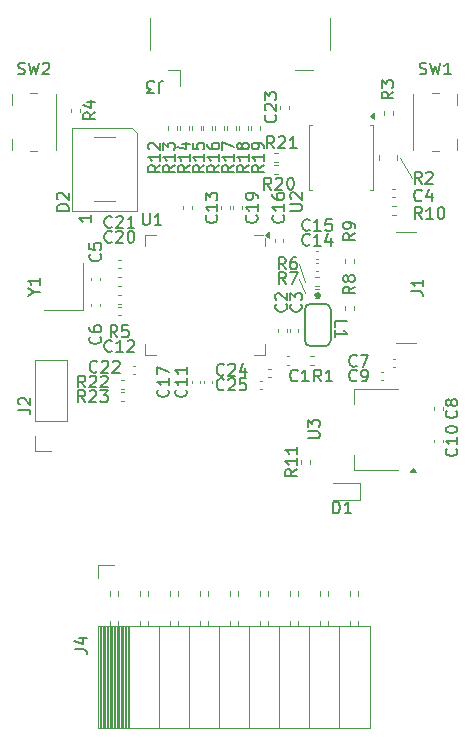
<source format=gbr>
%TF.GenerationSoftware,KiCad,Pcbnew,8.0.6*%
%TF.CreationDate,2025-04-24T20:36:05+02:00*%
%TF.ProjectId,Picroscope,50696372-6f73-4636-9f70-652e6b696361,rev?*%
%TF.SameCoordinates,Original*%
%TF.FileFunction,Legend,Top*%
%TF.FilePolarity,Positive*%
%FSLAX46Y46*%
G04 Gerber Fmt 4.6, Leading zero omitted, Abs format (unit mm)*
G04 Created by KiCad (PCBNEW 8.0.6) date 2025-04-24 20:36:05*
%MOMM*%
%LPD*%
G01*
G04 APERTURE LIST*
%ADD10C,0.100000*%
%ADD11C,0.150000*%
%ADD12C,0.200000*%
%ADD13C,0.120000*%
%ADD14C,0.300000*%
G04 APERTURE END LIST*
D10*
X145000000Y-95250000D02*
X145500000Y-96500000D01*
X154500000Y-86750000D02*
X153500000Y-85000000D01*
X145500000Y-95500000D02*
X145000000Y-94000000D01*
D11*
X155333333Y-87204819D02*
X155000000Y-86728628D01*
X154761905Y-87204819D02*
X154761905Y-86204819D01*
X154761905Y-86204819D02*
X155142857Y-86204819D01*
X155142857Y-86204819D02*
X155238095Y-86252438D01*
X155238095Y-86252438D02*
X155285714Y-86300057D01*
X155285714Y-86300057D02*
X155333333Y-86395295D01*
X155333333Y-86395295D02*
X155333333Y-86538152D01*
X155333333Y-86538152D02*
X155285714Y-86633390D01*
X155285714Y-86633390D02*
X155238095Y-86681009D01*
X155238095Y-86681009D02*
X155142857Y-86728628D01*
X155142857Y-86728628D02*
X154761905Y-86728628D01*
X155714286Y-86300057D02*
X155761905Y-86252438D01*
X155761905Y-86252438D02*
X155857143Y-86204819D01*
X155857143Y-86204819D02*
X156095238Y-86204819D01*
X156095238Y-86204819D02*
X156190476Y-86252438D01*
X156190476Y-86252438D02*
X156238095Y-86300057D01*
X156238095Y-86300057D02*
X156285714Y-86395295D01*
X156285714Y-86395295D02*
X156285714Y-86490533D01*
X156285714Y-86490533D02*
X156238095Y-86633390D01*
X156238095Y-86633390D02*
X155666667Y-87204819D01*
X155666667Y-87204819D02*
X156285714Y-87204819D01*
X138607142Y-103359580D02*
X138559523Y-103407200D01*
X138559523Y-103407200D02*
X138416666Y-103454819D01*
X138416666Y-103454819D02*
X138321428Y-103454819D01*
X138321428Y-103454819D02*
X138178571Y-103407200D01*
X138178571Y-103407200D02*
X138083333Y-103311961D01*
X138083333Y-103311961D02*
X138035714Y-103216723D01*
X138035714Y-103216723D02*
X137988095Y-103026247D01*
X137988095Y-103026247D02*
X137988095Y-102883390D01*
X137988095Y-102883390D02*
X138035714Y-102692914D01*
X138035714Y-102692914D02*
X138083333Y-102597676D01*
X138083333Y-102597676D02*
X138178571Y-102502438D01*
X138178571Y-102502438D02*
X138321428Y-102454819D01*
X138321428Y-102454819D02*
X138416666Y-102454819D01*
X138416666Y-102454819D02*
X138559523Y-102502438D01*
X138559523Y-102502438D02*
X138607142Y-102550057D01*
X138988095Y-102550057D02*
X139035714Y-102502438D01*
X139035714Y-102502438D02*
X139130952Y-102454819D01*
X139130952Y-102454819D02*
X139369047Y-102454819D01*
X139369047Y-102454819D02*
X139464285Y-102502438D01*
X139464285Y-102502438D02*
X139511904Y-102550057D01*
X139511904Y-102550057D02*
X139559523Y-102645295D01*
X139559523Y-102645295D02*
X139559523Y-102740533D01*
X139559523Y-102740533D02*
X139511904Y-102883390D01*
X139511904Y-102883390D02*
X138940476Y-103454819D01*
X138940476Y-103454819D02*
X139559523Y-103454819D01*
X140416666Y-102788152D02*
X140416666Y-103454819D01*
X140178571Y-102407200D02*
X139940476Y-103121485D01*
X139940476Y-103121485D02*
X140559523Y-103121485D01*
X145109580Y-97416666D02*
X145157200Y-97464285D01*
X145157200Y-97464285D02*
X145204819Y-97607142D01*
X145204819Y-97607142D02*
X145204819Y-97702380D01*
X145204819Y-97702380D02*
X145157200Y-97845237D01*
X145157200Y-97845237D02*
X145061961Y-97940475D01*
X145061961Y-97940475D02*
X144966723Y-97988094D01*
X144966723Y-97988094D02*
X144776247Y-98035713D01*
X144776247Y-98035713D02*
X144633390Y-98035713D01*
X144633390Y-98035713D02*
X144442914Y-97988094D01*
X144442914Y-97988094D02*
X144347676Y-97940475D01*
X144347676Y-97940475D02*
X144252438Y-97845237D01*
X144252438Y-97845237D02*
X144204819Y-97702380D01*
X144204819Y-97702380D02*
X144204819Y-97607142D01*
X144204819Y-97607142D02*
X144252438Y-97464285D01*
X144252438Y-97464285D02*
X144300057Y-97416666D01*
X144204819Y-97083332D02*
X144204819Y-96464285D01*
X144204819Y-96464285D02*
X144585771Y-96797618D01*
X144585771Y-96797618D02*
X144585771Y-96654761D01*
X144585771Y-96654761D02*
X144633390Y-96559523D01*
X144633390Y-96559523D02*
X144681009Y-96511904D01*
X144681009Y-96511904D02*
X144776247Y-96464285D01*
X144776247Y-96464285D02*
X145014342Y-96464285D01*
X145014342Y-96464285D02*
X145109580Y-96511904D01*
X145109580Y-96511904D02*
X145157200Y-96559523D01*
X145157200Y-96559523D02*
X145204819Y-96654761D01*
X145204819Y-96654761D02*
X145204819Y-96940475D01*
X145204819Y-96940475D02*
X145157200Y-97035713D01*
X145157200Y-97035713D02*
X145109580Y-97083332D01*
X136954819Y-85642857D02*
X136478628Y-85976190D01*
X136954819Y-86214285D02*
X135954819Y-86214285D01*
X135954819Y-86214285D02*
X135954819Y-85833333D01*
X135954819Y-85833333D02*
X136002438Y-85738095D01*
X136002438Y-85738095D02*
X136050057Y-85690476D01*
X136050057Y-85690476D02*
X136145295Y-85642857D01*
X136145295Y-85642857D02*
X136288152Y-85642857D01*
X136288152Y-85642857D02*
X136383390Y-85690476D01*
X136383390Y-85690476D02*
X136431009Y-85738095D01*
X136431009Y-85738095D02*
X136478628Y-85833333D01*
X136478628Y-85833333D02*
X136478628Y-86214285D01*
X136954819Y-84690476D02*
X136954819Y-85261904D01*
X136954819Y-84976190D02*
X135954819Y-84976190D01*
X135954819Y-84976190D02*
X136097676Y-85071428D01*
X136097676Y-85071428D02*
X136192914Y-85166666D01*
X136192914Y-85166666D02*
X136240533Y-85261904D01*
X135954819Y-83785714D02*
X135954819Y-84261904D01*
X135954819Y-84261904D02*
X136431009Y-84309523D01*
X136431009Y-84309523D02*
X136383390Y-84261904D01*
X136383390Y-84261904D02*
X136335771Y-84166666D01*
X136335771Y-84166666D02*
X136335771Y-83928571D01*
X136335771Y-83928571D02*
X136383390Y-83833333D01*
X136383390Y-83833333D02*
X136431009Y-83785714D01*
X136431009Y-83785714D02*
X136526247Y-83738095D01*
X136526247Y-83738095D02*
X136764342Y-83738095D01*
X136764342Y-83738095D02*
X136859580Y-83785714D01*
X136859580Y-83785714D02*
X136907200Y-83833333D01*
X136907200Y-83833333D02*
X136954819Y-83928571D01*
X136954819Y-83928571D02*
X136954819Y-84166666D01*
X136954819Y-84166666D02*
X136907200Y-84261904D01*
X136907200Y-84261904D02*
X136859580Y-84309523D01*
X133204819Y-85642857D02*
X132728628Y-85976190D01*
X133204819Y-86214285D02*
X132204819Y-86214285D01*
X132204819Y-86214285D02*
X132204819Y-85833333D01*
X132204819Y-85833333D02*
X132252438Y-85738095D01*
X132252438Y-85738095D02*
X132300057Y-85690476D01*
X132300057Y-85690476D02*
X132395295Y-85642857D01*
X132395295Y-85642857D02*
X132538152Y-85642857D01*
X132538152Y-85642857D02*
X132633390Y-85690476D01*
X132633390Y-85690476D02*
X132681009Y-85738095D01*
X132681009Y-85738095D02*
X132728628Y-85833333D01*
X132728628Y-85833333D02*
X132728628Y-86214285D01*
X133204819Y-84690476D02*
X133204819Y-85261904D01*
X133204819Y-84976190D02*
X132204819Y-84976190D01*
X132204819Y-84976190D02*
X132347676Y-85071428D01*
X132347676Y-85071428D02*
X132442914Y-85166666D01*
X132442914Y-85166666D02*
X132490533Y-85261904D01*
X132300057Y-84309523D02*
X132252438Y-84261904D01*
X132252438Y-84261904D02*
X132204819Y-84166666D01*
X132204819Y-84166666D02*
X132204819Y-83928571D01*
X132204819Y-83928571D02*
X132252438Y-83833333D01*
X132252438Y-83833333D02*
X132300057Y-83785714D01*
X132300057Y-83785714D02*
X132395295Y-83738095D01*
X132395295Y-83738095D02*
X132490533Y-83738095D01*
X132490533Y-83738095D02*
X132633390Y-83785714D01*
X132633390Y-83785714D02*
X133204819Y-84357142D01*
X133204819Y-84357142D02*
X133204819Y-83738095D01*
X131738095Y-89704819D02*
X131738095Y-90514342D01*
X131738095Y-90514342D02*
X131785714Y-90609580D01*
X131785714Y-90609580D02*
X131833333Y-90657200D01*
X131833333Y-90657200D02*
X131928571Y-90704819D01*
X131928571Y-90704819D02*
X132119047Y-90704819D01*
X132119047Y-90704819D02*
X132214285Y-90657200D01*
X132214285Y-90657200D02*
X132261904Y-90609580D01*
X132261904Y-90609580D02*
X132309523Y-90514342D01*
X132309523Y-90514342D02*
X132309523Y-89704819D01*
X133309523Y-90704819D02*
X132738095Y-90704819D01*
X133023809Y-90704819D02*
X133023809Y-89704819D01*
X133023809Y-89704819D02*
X132928571Y-89847676D01*
X132928571Y-89847676D02*
X132833333Y-89942914D01*
X132833333Y-89942914D02*
X132738095Y-89990533D01*
X145857142Y-91109580D02*
X145809523Y-91157200D01*
X145809523Y-91157200D02*
X145666666Y-91204819D01*
X145666666Y-91204819D02*
X145571428Y-91204819D01*
X145571428Y-91204819D02*
X145428571Y-91157200D01*
X145428571Y-91157200D02*
X145333333Y-91061961D01*
X145333333Y-91061961D02*
X145285714Y-90966723D01*
X145285714Y-90966723D02*
X145238095Y-90776247D01*
X145238095Y-90776247D02*
X145238095Y-90633390D01*
X145238095Y-90633390D02*
X145285714Y-90442914D01*
X145285714Y-90442914D02*
X145333333Y-90347676D01*
X145333333Y-90347676D02*
X145428571Y-90252438D01*
X145428571Y-90252438D02*
X145571428Y-90204819D01*
X145571428Y-90204819D02*
X145666666Y-90204819D01*
X145666666Y-90204819D02*
X145809523Y-90252438D01*
X145809523Y-90252438D02*
X145857142Y-90300057D01*
X146809523Y-91204819D02*
X146238095Y-91204819D01*
X146523809Y-91204819D02*
X146523809Y-90204819D01*
X146523809Y-90204819D02*
X146428571Y-90347676D01*
X146428571Y-90347676D02*
X146333333Y-90442914D01*
X146333333Y-90442914D02*
X146238095Y-90490533D01*
X147714285Y-90204819D02*
X147238095Y-90204819D01*
X147238095Y-90204819D02*
X147190476Y-90681009D01*
X147190476Y-90681009D02*
X147238095Y-90633390D01*
X147238095Y-90633390D02*
X147333333Y-90585771D01*
X147333333Y-90585771D02*
X147571428Y-90585771D01*
X147571428Y-90585771D02*
X147666666Y-90633390D01*
X147666666Y-90633390D02*
X147714285Y-90681009D01*
X147714285Y-90681009D02*
X147761904Y-90776247D01*
X147761904Y-90776247D02*
X147761904Y-91014342D01*
X147761904Y-91014342D02*
X147714285Y-91109580D01*
X147714285Y-91109580D02*
X147666666Y-91157200D01*
X147666666Y-91157200D02*
X147571428Y-91204819D01*
X147571428Y-91204819D02*
X147333333Y-91204819D01*
X147333333Y-91204819D02*
X147238095Y-91157200D01*
X147238095Y-91157200D02*
X147190476Y-91109580D01*
X141954819Y-85642857D02*
X141478628Y-85976190D01*
X141954819Y-86214285D02*
X140954819Y-86214285D01*
X140954819Y-86214285D02*
X140954819Y-85833333D01*
X140954819Y-85833333D02*
X141002438Y-85738095D01*
X141002438Y-85738095D02*
X141050057Y-85690476D01*
X141050057Y-85690476D02*
X141145295Y-85642857D01*
X141145295Y-85642857D02*
X141288152Y-85642857D01*
X141288152Y-85642857D02*
X141383390Y-85690476D01*
X141383390Y-85690476D02*
X141431009Y-85738095D01*
X141431009Y-85738095D02*
X141478628Y-85833333D01*
X141478628Y-85833333D02*
X141478628Y-86214285D01*
X141954819Y-84690476D02*
X141954819Y-85261904D01*
X141954819Y-84976190D02*
X140954819Y-84976190D01*
X140954819Y-84976190D02*
X141097676Y-85071428D01*
X141097676Y-85071428D02*
X141192914Y-85166666D01*
X141192914Y-85166666D02*
X141240533Y-85261904D01*
X141954819Y-84214285D02*
X141954819Y-84023809D01*
X141954819Y-84023809D02*
X141907200Y-83928571D01*
X141907200Y-83928571D02*
X141859580Y-83880952D01*
X141859580Y-83880952D02*
X141716723Y-83785714D01*
X141716723Y-83785714D02*
X141526247Y-83738095D01*
X141526247Y-83738095D02*
X141145295Y-83738095D01*
X141145295Y-83738095D02*
X141050057Y-83785714D01*
X141050057Y-83785714D02*
X141002438Y-83833333D01*
X141002438Y-83833333D02*
X140954819Y-83928571D01*
X140954819Y-83928571D02*
X140954819Y-84119047D01*
X140954819Y-84119047D02*
X141002438Y-84214285D01*
X141002438Y-84214285D02*
X141050057Y-84261904D01*
X141050057Y-84261904D02*
X141145295Y-84309523D01*
X141145295Y-84309523D02*
X141383390Y-84309523D01*
X141383390Y-84309523D02*
X141478628Y-84261904D01*
X141478628Y-84261904D02*
X141526247Y-84214285D01*
X141526247Y-84214285D02*
X141573866Y-84119047D01*
X141573866Y-84119047D02*
X141573866Y-83928571D01*
X141573866Y-83928571D02*
X141526247Y-83833333D01*
X141526247Y-83833333D02*
X141478628Y-83785714D01*
X141478628Y-83785714D02*
X141383390Y-83738095D01*
X146833333Y-103954819D02*
X146500000Y-103478628D01*
X146261905Y-103954819D02*
X146261905Y-102954819D01*
X146261905Y-102954819D02*
X146642857Y-102954819D01*
X146642857Y-102954819D02*
X146738095Y-103002438D01*
X146738095Y-103002438D02*
X146785714Y-103050057D01*
X146785714Y-103050057D02*
X146833333Y-103145295D01*
X146833333Y-103145295D02*
X146833333Y-103288152D01*
X146833333Y-103288152D02*
X146785714Y-103383390D01*
X146785714Y-103383390D02*
X146738095Y-103431009D01*
X146738095Y-103431009D02*
X146642857Y-103478628D01*
X146642857Y-103478628D02*
X146261905Y-103478628D01*
X147785714Y-103954819D02*
X147214286Y-103954819D01*
X147500000Y-103954819D02*
X147500000Y-102954819D01*
X147500000Y-102954819D02*
X147404762Y-103097676D01*
X147404762Y-103097676D02*
X147309524Y-103192914D01*
X147309524Y-103192914D02*
X147214286Y-103240533D01*
X145704819Y-108761904D02*
X146514342Y-108761904D01*
X146514342Y-108761904D02*
X146609580Y-108714285D01*
X146609580Y-108714285D02*
X146657200Y-108666666D01*
X146657200Y-108666666D02*
X146704819Y-108571428D01*
X146704819Y-108571428D02*
X146704819Y-108380952D01*
X146704819Y-108380952D02*
X146657200Y-108285714D01*
X146657200Y-108285714D02*
X146609580Y-108238095D01*
X146609580Y-108238095D02*
X146514342Y-108190476D01*
X146514342Y-108190476D02*
X145704819Y-108190476D01*
X145704819Y-107809523D02*
X145704819Y-107190476D01*
X145704819Y-107190476D02*
X146085771Y-107523809D01*
X146085771Y-107523809D02*
X146085771Y-107380952D01*
X146085771Y-107380952D02*
X146133390Y-107285714D01*
X146133390Y-107285714D02*
X146181009Y-107238095D01*
X146181009Y-107238095D02*
X146276247Y-107190476D01*
X146276247Y-107190476D02*
X146514342Y-107190476D01*
X146514342Y-107190476D02*
X146609580Y-107238095D01*
X146609580Y-107238095D02*
X146657200Y-107285714D01*
X146657200Y-107285714D02*
X146704819Y-107380952D01*
X146704819Y-107380952D02*
X146704819Y-107666666D01*
X146704819Y-107666666D02*
X146657200Y-107761904D01*
X146657200Y-107761904D02*
X146609580Y-107809523D01*
X158269580Y-109642857D02*
X158317200Y-109690476D01*
X158317200Y-109690476D02*
X158364819Y-109833333D01*
X158364819Y-109833333D02*
X158364819Y-109928571D01*
X158364819Y-109928571D02*
X158317200Y-110071428D01*
X158317200Y-110071428D02*
X158221961Y-110166666D01*
X158221961Y-110166666D02*
X158126723Y-110214285D01*
X158126723Y-110214285D02*
X157936247Y-110261904D01*
X157936247Y-110261904D02*
X157793390Y-110261904D01*
X157793390Y-110261904D02*
X157602914Y-110214285D01*
X157602914Y-110214285D02*
X157507676Y-110166666D01*
X157507676Y-110166666D02*
X157412438Y-110071428D01*
X157412438Y-110071428D02*
X157364819Y-109928571D01*
X157364819Y-109928571D02*
X157364819Y-109833333D01*
X157364819Y-109833333D02*
X157412438Y-109690476D01*
X157412438Y-109690476D02*
X157460057Y-109642857D01*
X158364819Y-108690476D02*
X158364819Y-109261904D01*
X158364819Y-108976190D02*
X157364819Y-108976190D01*
X157364819Y-108976190D02*
X157507676Y-109071428D01*
X157507676Y-109071428D02*
X157602914Y-109166666D01*
X157602914Y-109166666D02*
X157650533Y-109261904D01*
X157364819Y-108071428D02*
X157364819Y-107976190D01*
X157364819Y-107976190D02*
X157412438Y-107880952D01*
X157412438Y-107880952D02*
X157460057Y-107833333D01*
X157460057Y-107833333D02*
X157555295Y-107785714D01*
X157555295Y-107785714D02*
X157745771Y-107738095D01*
X157745771Y-107738095D02*
X157983866Y-107738095D01*
X157983866Y-107738095D02*
X158174342Y-107785714D01*
X158174342Y-107785714D02*
X158269580Y-107833333D01*
X158269580Y-107833333D02*
X158317200Y-107880952D01*
X158317200Y-107880952D02*
X158364819Y-107976190D01*
X158364819Y-107976190D02*
X158364819Y-108071428D01*
X158364819Y-108071428D02*
X158317200Y-108166666D01*
X158317200Y-108166666D02*
X158269580Y-108214285D01*
X158269580Y-108214285D02*
X158174342Y-108261904D01*
X158174342Y-108261904D02*
X157983866Y-108309523D01*
X157983866Y-108309523D02*
X157745771Y-108309523D01*
X157745771Y-108309523D02*
X157555295Y-108261904D01*
X157555295Y-108261904D02*
X157460057Y-108214285D01*
X157460057Y-108214285D02*
X157412438Y-108166666D01*
X157412438Y-108166666D02*
X157364819Y-108071428D01*
X144833333Y-103859580D02*
X144785714Y-103907200D01*
X144785714Y-103907200D02*
X144642857Y-103954819D01*
X144642857Y-103954819D02*
X144547619Y-103954819D01*
X144547619Y-103954819D02*
X144404762Y-103907200D01*
X144404762Y-103907200D02*
X144309524Y-103811961D01*
X144309524Y-103811961D02*
X144261905Y-103716723D01*
X144261905Y-103716723D02*
X144214286Y-103526247D01*
X144214286Y-103526247D02*
X144214286Y-103383390D01*
X144214286Y-103383390D02*
X144261905Y-103192914D01*
X144261905Y-103192914D02*
X144309524Y-103097676D01*
X144309524Y-103097676D02*
X144404762Y-103002438D01*
X144404762Y-103002438D02*
X144547619Y-102954819D01*
X144547619Y-102954819D02*
X144642857Y-102954819D01*
X144642857Y-102954819D02*
X144785714Y-103002438D01*
X144785714Y-103002438D02*
X144833333Y-103050057D01*
X145785714Y-103954819D02*
X145214286Y-103954819D01*
X145500000Y-103954819D02*
X145500000Y-102954819D01*
X145500000Y-102954819D02*
X145404762Y-103097676D01*
X145404762Y-103097676D02*
X145309524Y-103192914D01*
X145309524Y-103192914D02*
X145214286Y-103240533D01*
X144204819Y-89511904D02*
X145014342Y-89511904D01*
X145014342Y-89511904D02*
X145109580Y-89464285D01*
X145109580Y-89464285D02*
X145157200Y-89416666D01*
X145157200Y-89416666D02*
X145204819Y-89321428D01*
X145204819Y-89321428D02*
X145204819Y-89130952D01*
X145204819Y-89130952D02*
X145157200Y-89035714D01*
X145157200Y-89035714D02*
X145109580Y-88988095D01*
X145109580Y-88988095D02*
X145014342Y-88940476D01*
X145014342Y-88940476D02*
X144204819Y-88940476D01*
X144300057Y-88511904D02*
X144252438Y-88464285D01*
X144252438Y-88464285D02*
X144204819Y-88369047D01*
X144204819Y-88369047D02*
X144204819Y-88130952D01*
X144204819Y-88130952D02*
X144252438Y-88035714D01*
X144252438Y-88035714D02*
X144300057Y-87988095D01*
X144300057Y-87988095D02*
X144395295Y-87940476D01*
X144395295Y-87940476D02*
X144490533Y-87940476D01*
X144490533Y-87940476D02*
X144633390Y-87988095D01*
X144633390Y-87988095D02*
X145204819Y-88559523D01*
X145204819Y-88559523D02*
X145204819Y-87940476D01*
X143833333Y-95704819D02*
X143500000Y-95228628D01*
X143261905Y-95704819D02*
X143261905Y-94704819D01*
X143261905Y-94704819D02*
X143642857Y-94704819D01*
X143642857Y-94704819D02*
X143738095Y-94752438D01*
X143738095Y-94752438D02*
X143785714Y-94800057D01*
X143785714Y-94800057D02*
X143833333Y-94895295D01*
X143833333Y-94895295D02*
X143833333Y-95038152D01*
X143833333Y-95038152D02*
X143785714Y-95133390D01*
X143785714Y-95133390D02*
X143738095Y-95181009D01*
X143738095Y-95181009D02*
X143642857Y-95228628D01*
X143642857Y-95228628D02*
X143261905Y-95228628D01*
X144166667Y-94704819D02*
X144833333Y-94704819D01*
X144833333Y-94704819D02*
X144404762Y-95704819D01*
X134454819Y-85642857D02*
X133978628Y-85976190D01*
X134454819Y-86214285D02*
X133454819Y-86214285D01*
X133454819Y-86214285D02*
X133454819Y-85833333D01*
X133454819Y-85833333D02*
X133502438Y-85738095D01*
X133502438Y-85738095D02*
X133550057Y-85690476D01*
X133550057Y-85690476D02*
X133645295Y-85642857D01*
X133645295Y-85642857D02*
X133788152Y-85642857D01*
X133788152Y-85642857D02*
X133883390Y-85690476D01*
X133883390Y-85690476D02*
X133931009Y-85738095D01*
X133931009Y-85738095D02*
X133978628Y-85833333D01*
X133978628Y-85833333D02*
X133978628Y-86214285D01*
X134454819Y-84690476D02*
X134454819Y-85261904D01*
X134454819Y-84976190D02*
X133454819Y-84976190D01*
X133454819Y-84976190D02*
X133597676Y-85071428D01*
X133597676Y-85071428D02*
X133692914Y-85166666D01*
X133692914Y-85166666D02*
X133740533Y-85261904D01*
X133454819Y-84357142D02*
X133454819Y-83738095D01*
X133454819Y-83738095D02*
X133835771Y-84071428D01*
X133835771Y-84071428D02*
X133835771Y-83928571D01*
X133835771Y-83928571D02*
X133883390Y-83833333D01*
X133883390Y-83833333D02*
X133931009Y-83785714D01*
X133931009Y-83785714D02*
X134026247Y-83738095D01*
X134026247Y-83738095D02*
X134264342Y-83738095D01*
X134264342Y-83738095D02*
X134359580Y-83785714D01*
X134359580Y-83785714D02*
X134407200Y-83833333D01*
X134407200Y-83833333D02*
X134454819Y-83928571D01*
X134454819Y-83928571D02*
X134454819Y-84214285D01*
X134454819Y-84214285D02*
X134407200Y-84309523D01*
X134407200Y-84309523D02*
X134359580Y-84357142D01*
X127857142Y-103109580D02*
X127809523Y-103157200D01*
X127809523Y-103157200D02*
X127666666Y-103204819D01*
X127666666Y-103204819D02*
X127571428Y-103204819D01*
X127571428Y-103204819D02*
X127428571Y-103157200D01*
X127428571Y-103157200D02*
X127333333Y-103061961D01*
X127333333Y-103061961D02*
X127285714Y-102966723D01*
X127285714Y-102966723D02*
X127238095Y-102776247D01*
X127238095Y-102776247D02*
X127238095Y-102633390D01*
X127238095Y-102633390D02*
X127285714Y-102442914D01*
X127285714Y-102442914D02*
X127333333Y-102347676D01*
X127333333Y-102347676D02*
X127428571Y-102252438D01*
X127428571Y-102252438D02*
X127571428Y-102204819D01*
X127571428Y-102204819D02*
X127666666Y-102204819D01*
X127666666Y-102204819D02*
X127809523Y-102252438D01*
X127809523Y-102252438D02*
X127857142Y-102300057D01*
X128238095Y-102300057D02*
X128285714Y-102252438D01*
X128285714Y-102252438D02*
X128380952Y-102204819D01*
X128380952Y-102204819D02*
X128619047Y-102204819D01*
X128619047Y-102204819D02*
X128714285Y-102252438D01*
X128714285Y-102252438D02*
X128761904Y-102300057D01*
X128761904Y-102300057D02*
X128809523Y-102395295D01*
X128809523Y-102395295D02*
X128809523Y-102490533D01*
X128809523Y-102490533D02*
X128761904Y-102633390D01*
X128761904Y-102633390D02*
X128190476Y-103204819D01*
X128190476Y-103204819D02*
X128809523Y-103204819D01*
X129190476Y-102300057D02*
X129238095Y-102252438D01*
X129238095Y-102252438D02*
X129333333Y-102204819D01*
X129333333Y-102204819D02*
X129571428Y-102204819D01*
X129571428Y-102204819D02*
X129666666Y-102252438D01*
X129666666Y-102252438D02*
X129714285Y-102300057D01*
X129714285Y-102300057D02*
X129761904Y-102395295D01*
X129761904Y-102395295D02*
X129761904Y-102490533D01*
X129761904Y-102490533D02*
X129714285Y-102633390D01*
X129714285Y-102633390D02*
X129142857Y-103204819D01*
X129142857Y-103204819D02*
X129761904Y-103204819D01*
X129107142Y-90859580D02*
X129059523Y-90907200D01*
X129059523Y-90907200D02*
X128916666Y-90954819D01*
X128916666Y-90954819D02*
X128821428Y-90954819D01*
X128821428Y-90954819D02*
X128678571Y-90907200D01*
X128678571Y-90907200D02*
X128583333Y-90811961D01*
X128583333Y-90811961D02*
X128535714Y-90716723D01*
X128535714Y-90716723D02*
X128488095Y-90526247D01*
X128488095Y-90526247D02*
X128488095Y-90383390D01*
X128488095Y-90383390D02*
X128535714Y-90192914D01*
X128535714Y-90192914D02*
X128583333Y-90097676D01*
X128583333Y-90097676D02*
X128678571Y-90002438D01*
X128678571Y-90002438D02*
X128821428Y-89954819D01*
X128821428Y-89954819D02*
X128916666Y-89954819D01*
X128916666Y-89954819D02*
X129059523Y-90002438D01*
X129059523Y-90002438D02*
X129107142Y-90050057D01*
X129488095Y-90050057D02*
X129535714Y-90002438D01*
X129535714Y-90002438D02*
X129630952Y-89954819D01*
X129630952Y-89954819D02*
X129869047Y-89954819D01*
X129869047Y-89954819D02*
X129964285Y-90002438D01*
X129964285Y-90002438D02*
X130011904Y-90050057D01*
X130011904Y-90050057D02*
X130059523Y-90145295D01*
X130059523Y-90145295D02*
X130059523Y-90240533D01*
X130059523Y-90240533D02*
X130011904Y-90383390D01*
X130011904Y-90383390D02*
X129440476Y-90954819D01*
X129440476Y-90954819D02*
X130059523Y-90954819D01*
X131011904Y-90954819D02*
X130440476Y-90954819D01*
X130726190Y-90954819D02*
X130726190Y-89954819D01*
X130726190Y-89954819D02*
X130630952Y-90097676D01*
X130630952Y-90097676D02*
X130535714Y-90192914D01*
X130535714Y-90192914D02*
X130440476Y-90240533D01*
X138607142Y-104609580D02*
X138559523Y-104657200D01*
X138559523Y-104657200D02*
X138416666Y-104704819D01*
X138416666Y-104704819D02*
X138321428Y-104704819D01*
X138321428Y-104704819D02*
X138178571Y-104657200D01*
X138178571Y-104657200D02*
X138083333Y-104561961D01*
X138083333Y-104561961D02*
X138035714Y-104466723D01*
X138035714Y-104466723D02*
X137988095Y-104276247D01*
X137988095Y-104276247D02*
X137988095Y-104133390D01*
X137988095Y-104133390D02*
X138035714Y-103942914D01*
X138035714Y-103942914D02*
X138083333Y-103847676D01*
X138083333Y-103847676D02*
X138178571Y-103752438D01*
X138178571Y-103752438D02*
X138321428Y-103704819D01*
X138321428Y-103704819D02*
X138416666Y-103704819D01*
X138416666Y-103704819D02*
X138559523Y-103752438D01*
X138559523Y-103752438D02*
X138607142Y-103800057D01*
X138988095Y-103800057D02*
X139035714Y-103752438D01*
X139035714Y-103752438D02*
X139130952Y-103704819D01*
X139130952Y-103704819D02*
X139369047Y-103704819D01*
X139369047Y-103704819D02*
X139464285Y-103752438D01*
X139464285Y-103752438D02*
X139511904Y-103800057D01*
X139511904Y-103800057D02*
X139559523Y-103895295D01*
X139559523Y-103895295D02*
X139559523Y-103990533D01*
X139559523Y-103990533D02*
X139511904Y-104133390D01*
X139511904Y-104133390D02*
X138940476Y-104704819D01*
X138940476Y-104704819D02*
X139559523Y-104704819D01*
X140464285Y-103704819D02*
X139988095Y-103704819D01*
X139988095Y-103704819D02*
X139940476Y-104181009D01*
X139940476Y-104181009D02*
X139988095Y-104133390D01*
X139988095Y-104133390D02*
X140083333Y-104085771D01*
X140083333Y-104085771D02*
X140321428Y-104085771D01*
X140321428Y-104085771D02*
X140416666Y-104133390D01*
X140416666Y-104133390D02*
X140464285Y-104181009D01*
X140464285Y-104181009D02*
X140511904Y-104276247D01*
X140511904Y-104276247D02*
X140511904Y-104514342D01*
X140511904Y-104514342D02*
X140464285Y-104609580D01*
X140464285Y-104609580D02*
X140416666Y-104657200D01*
X140416666Y-104657200D02*
X140321428Y-104704819D01*
X140321428Y-104704819D02*
X140083333Y-104704819D01*
X140083333Y-104704819D02*
X139988095Y-104657200D01*
X139988095Y-104657200D02*
X139940476Y-104609580D01*
X149704819Y-91416666D02*
X149228628Y-91749999D01*
X149704819Y-91988094D02*
X148704819Y-91988094D01*
X148704819Y-91988094D02*
X148704819Y-91607142D01*
X148704819Y-91607142D02*
X148752438Y-91511904D01*
X148752438Y-91511904D02*
X148800057Y-91464285D01*
X148800057Y-91464285D02*
X148895295Y-91416666D01*
X148895295Y-91416666D02*
X149038152Y-91416666D01*
X149038152Y-91416666D02*
X149133390Y-91464285D01*
X149133390Y-91464285D02*
X149181009Y-91511904D01*
X149181009Y-91511904D02*
X149228628Y-91607142D01*
X149228628Y-91607142D02*
X149228628Y-91988094D01*
X149704819Y-90940475D02*
X149704819Y-90749999D01*
X149704819Y-90749999D02*
X149657200Y-90654761D01*
X149657200Y-90654761D02*
X149609580Y-90607142D01*
X149609580Y-90607142D02*
X149466723Y-90511904D01*
X149466723Y-90511904D02*
X149276247Y-90464285D01*
X149276247Y-90464285D02*
X148895295Y-90464285D01*
X148895295Y-90464285D02*
X148800057Y-90511904D01*
X148800057Y-90511904D02*
X148752438Y-90559523D01*
X148752438Y-90559523D02*
X148704819Y-90654761D01*
X148704819Y-90654761D02*
X148704819Y-90845237D01*
X148704819Y-90845237D02*
X148752438Y-90940475D01*
X148752438Y-90940475D02*
X148800057Y-90988094D01*
X148800057Y-90988094D02*
X148895295Y-91035713D01*
X148895295Y-91035713D02*
X149133390Y-91035713D01*
X149133390Y-91035713D02*
X149228628Y-90988094D01*
X149228628Y-90988094D02*
X149276247Y-90940475D01*
X149276247Y-90940475D02*
X149323866Y-90845237D01*
X149323866Y-90845237D02*
X149323866Y-90654761D01*
X149323866Y-90654761D02*
X149276247Y-90559523D01*
X149276247Y-90559523D02*
X149228628Y-90511904D01*
X149228628Y-90511904D02*
X149133390Y-90464285D01*
X125984819Y-126608333D02*
X126699104Y-126608333D01*
X126699104Y-126608333D02*
X126841961Y-126655952D01*
X126841961Y-126655952D02*
X126937200Y-126751190D01*
X126937200Y-126751190D02*
X126984819Y-126894047D01*
X126984819Y-126894047D02*
X126984819Y-126989285D01*
X126318152Y-125703571D02*
X126984819Y-125703571D01*
X125937200Y-125941666D02*
X126651485Y-126179761D01*
X126651485Y-126179761D02*
X126651485Y-125560714D01*
X129107142Y-92109580D02*
X129059523Y-92157200D01*
X129059523Y-92157200D02*
X128916666Y-92204819D01*
X128916666Y-92204819D02*
X128821428Y-92204819D01*
X128821428Y-92204819D02*
X128678571Y-92157200D01*
X128678571Y-92157200D02*
X128583333Y-92061961D01*
X128583333Y-92061961D02*
X128535714Y-91966723D01*
X128535714Y-91966723D02*
X128488095Y-91776247D01*
X128488095Y-91776247D02*
X128488095Y-91633390D01*
X128488095Y-91633390D02*
X128535714Y-91442914D01*
X128535714Y-91442914D02*
X128583333Y-91347676D01*
X128583333Y-91347676D02*
X128678571Y-91252438D01*
X128678571Y-91252438D02*
X128821428Y-91204819D01*
X128821428Y-91204819D02*
X128916666Y-91204819D01*
X128916666Y-91204819D02*
X129059523Y-91252438D01*
X129059523Y-91252438D02*
X129107142Y-91300057D01*
X129488095Y-91300057D02*
X129535714Y-91252438D01*
X129535714Y-91252438D02*
X129630952Y-91204819D01*
X129630952Y-91204819D02*
X129869047Y-91204819D01*
X129869047Y-91204819D02*
X129964285Y-91252438D01*
X129964285Y-91252438D02*
X130011904Y-91300057D01*
X130011904Y-91300057D02*
X130059523Y-91395295D01*
X130059523Y-91395295D02*
X130059523Y-91490533D01*
X130059523Y-91490533D02*
X130011904Y-91633390D01*
X130011904Y-91633390D02*
X129440476Y-92204819D01*
X129440476Y-92204819D02*
X130059523Y-92204819D01*
X130678571Y-91204819D02*
X130773809Y-91204819D01*
X130773809Y-91204819D02*
X130869047Y-91252438D01*
X130869047Y-91252438D02*
X130916666Y-91300057D01*
X130916666Y-91300057D02*
X130964285Y-91395295D01*
X130964285Y-91395295D02*
X131011904Y-91585771D01*
X131011904Y-91585771D02*
X131011904Y-91823866D01*
X131011904Y-91823866D02*
X130964285Y-92014342D01*
X130964285Y-92014342D02*
X130916666Y-92109580D01*
X130916666Y-92109580D02*
X130869047Y-92157200D01*
X130869047Y-92157200D02*
X130773809Y-92204819D01*
X130773809Y-92204819D02*
X130678571Y-92204819D01*
X130678571Y-92204819D02*
X130583333Y-92157200D01*
X130583333Y-92157200D02*
X130535714Y-92109580D01*
X130535714Y-92109580D02*
X130488095Y-92014342D01*
X130488095Y-92014342D02*
X130440476Y-91823866D01*
X130440476Y-91823866D02*
X130440476Y-91585771D01*
X130440476Y-91585771D02*
X130488095Y-91395295D01*
X130488095Y-91395295D02*
X130535714Y-91300057D01*
X130535714Y-91300057D02*
X130583333Y-91252438D01*
X130583333Y-91252438D02*
X130678571Y-91204819D01*
X137949580Y-89892857D02*
X137997200Y-89940476D01*
X137997200Y-89940476D02*
X138044819Y-90083333D01*
X138044819Y-90083333D02*
X138044819Y-90178571D01*
X138044819Y-90178571D02*
X137997200Y-90321428D01*
X137997200Y-90321428D02*
X137901961Y-90416666D01*
X137901961Y-90416666D02*
X137806723Y-90464285D01*
X137806723Y-90464285D02*
X137616247Y-90511904D01*
X137616247Y-90511904D02*
X137473390Y-90511904D01*
X137473390Y-90511904D02*
X137282914Y-90464285D01*
X137282914Y-90464285D02*
X137187676Y-90416666D01*
X137187676Y-90416666D02*
X137092438Y-90321428D01*
X137092438Y-90321428D02*
X137044819Y-90178571D01*
X137044819Y-90178571D02*
X137044819Y-90083333D01*
X137044819Y-90083333D02*
X137092438Y-89940476D01*
X137092438Y-89940476D02*
X137140057Y-89892857D01*
X138044819Y-88940476D02*
X138044819Y-89511904D01*
X138044819Y-89226190D02*
X137044819Y-89226190D01*
X137044819Y-89226190D02*
X137187676Y-89321428D01*
X137187676Y-89321428D02*
X137282914Y-89416666D01*
X137282914Y-89416666D02*
X137330533Y-89511904D01*
X137044819Y-88607142D02*
X137044819Y-87988095D01*
X137044819Y-87988095D02*
X137425771Y-88321428D01*
X137425771Y-88321428D02*
X137425771Y-88178571D01*
X137425771Y-88178571D02*
X137473390Y-88083333D01*
X137473390Y-88083333D02*
X137521009Y-88035714D01*
X137521009Y-88035714D02*
X137616247Y-87988095D01*
X137616247Y-87988095D02*
X137854342Y-87988095D01*
X137854342Y-87988095D02*
X137949580Y-88035714D01*
X137949580Y-88035714D02*
X137997200Y-88083333D01*
X137997200Y-88083333D02*
X138044819Y-88178571D01*
X138044819Y-88178571D02*
X138044819Y-88464285D01*
X138044819Y-88464285D02*
X137997200Y-88559523D01*
X137997200Y-88559523D02*
X137949580Y-88607142D01*
X133859580Y-104642857D02*
X133907200Y-104690476D01*
X133907200Y-104690476D02*
X133954819Y-104833333D01*
X133954819Y-104833333D02*
X133954819Y-104928571D01*
X133954819Y-104928571D02*
X133907200Y-105071428D01*
X133907200Y-105071428D02*
X133811961Y-105166666D01*
X133811961Y-105166666D02*
X133716723Y-105214285D01*
X133716723Y-105214285D02*
X133526247Y-105261904D01*
X133526247Y-105261904D02*
X133383390Y-105261904D01*
X133383390Y-105261904D02*
X133192914Y-105214285D01*
X133192914Y-105214285D02*
X133097676Y-105166666D01*
X133097676Y-105166666D02*
X133002438Y-105071428D01*
X133002438Y-105071428D02*
X132954819Y-104928571D01*
X132954819Y-104928571D02*
X132954819Y-104833333D01*
X132954819Y-104833333D02*
X133002438Y-104690476D01*
X133002438Y-104690476D02*
X133050057Y-104642857D01*
X133954819Y-103690476D02*
X133954819Y-104261904D01*
X133954819Y-103976190D02*
X132954819Y-103976190D01*
X132954819Y-103976190D02*
X133097676Y-104071428D01*
X133097676Y-104071428D02*
X133192914Y-104166666D01*
X133192914Y-104166666D02*
X133240533Y-104261904D01*
X132954819Y-103357142D02*
X132954819Y-102690476D01*
X132954819Y-102690476D02*
X133954819Y-103119047D01*
X128109580Y-93166666D02*
X128157200Y-93214285D01*
X128157200Y-93214285D02*
X128204819Y-93357142D01*
X128204819Y-93357142D02*
X128204819Y-93452380D01*
X128204819Y-93452380D02*
X128157200Y-93595237D01*
X128157200Y-93595237D02*
X128061961Y-93690475D01*
X128061961Y-93690475D02*
X127966723Y-93738094D01*
X127966723Y-93738094D02*
X127776247Y-93785713D01*
X127776247Y-93785713D02*
X127633390Y-93785713D01*
X127633390Y-93785713D02*
X127442914Y-93738094D01*
X127442914Y-93738094D02*
X127347676Y-93690475D01*
X127347676Y-93690475D02*
X127252438Y-93595237D01*
X127252438Y-93595237D02*
X127204819Y-93452380D01*
X127204819Y-93452380D02*
X127204819Y-93357142D01*
X127204819Y-93357142D02*
X127252438Y-93214285D01*
X127252438Y-93214285D02*
X127300057Y-93166666D01*
X127204819Y-92261904D02*
X127204819Y-92738094D01*
X127204819Y-92738094D02*
X127681009Y-92785713D01*
X127681009Y-92785713D02*
X127633390Y-92738094D01*
X127633390Y-92738094D02*
X127585771Y-92642856D01*
X127585771Y-92642856D02*
X127585771Y-92404761D01*
X127585771Y-92404761D02*
X127633390Y-92309523D01*
X127633390Y-92309523D02*
X127681009Y-92261904D01*
X127681009Y-92261904D02*
X127776247Y-92214285D01*
X127776247Y-92214285D02*
X128014342Y-92214285D01*
X128014342Y-92214285D02*
X128109580Y-92261904D01*
X128109580Y-92261904D02*
X128157200Y-92309523D01*
X128157200Y-92309523D02*
X128204819Y-92404761D01*
X128204819Y-92404761D02*
X128204819Y-92642856D01*
X128204819Y-92642856D02*
X128157200Y-92738094D01*
X128157200Y-92738094D02*
X128109580Y-92785713D01*
X140704819Y-85642857D02*
X140228628Y-85976190D01*
X140704819Y-86214285D02*
X139704819Y-86214285D01*
X139704819Y-86214285D02*
X139704819Y-85833333D01*
X139704819Y-85833333D02*
X139752438Y-85738095D01*
X139752438Y-85738095D02*
X139800057Y-85690476D01*
X139800057Y-85690476D02*
X139895295Y-85642857D01*
X139895295Y-85642857D02*
X140038152Y-85642857D01*
X140038152Y-85642857D02*
X140133390Y-85690476D01*
X140133390Y-85690476D02*
X140181009Y-85738095D01*
X140181009Y-85738095D02*
X140228628Y-85833333D01*
X140228628Y-85833333D02*
X140228628Y-86214285D01*
X140704819Y-84690476D02*
X140704819Y-85261904D01*
X140704819Y-84976190D02*
X139704819Y-84976190D01*
X139704819Y-84976190D02*
X139847676Y-85071428D01*
X139847676Y-85071428D02*
X139942914Y-85166666D01*
X139942914Y-85166666D02*
X139990533Y-85261904D01*
X140133390Y-84119047D02*
X140085771Y-84214285D01*
X140085771Y-84214285D02*
X140038152Y-84261904D01*
X140038152Y-84261904D02*
X139942914Y-84309523D01*
X139942914Y-84309523D02*
X139895295Y-84309523D01*
X139895295Y-84309523D02*
X139800057Y-84261904D01*
X139800057Y-84261904D02*
X139752438Y-84214285D01*
X139752438Y-84214285D02*
X139704819Y-84119047D01*
X139704819Y-84119047D02*
X139704819Y-83928571D01*
X139704819Y-83928571D02*
X139752438Y-83833333D01*
X139752438Y-83833333D02*
X139800057Y-83785714D01*
X139800057Y-83785714D02*
X139895295Y-83738095D01*
X139895295Y-83738095D02*
X139942914Y-83738095D01*
X139942914Y-83738095D02*
X140038152Y-83785714D01*
X140038152Y-83785714D02*
X140085771Y-83833333D01*
X140085771Y-83833333D02*
X140133390Y-83928571D01*
X140133390Y-83928571D02*
X140133390Y-84119047D01*
X140133390Y-84119047D02*
X140181009Y-84214285D01*
X140181009Y-84214285D02*
X140228628Y-84261904D01*
X140228628Y-84261904D02*
X140323866Y-84309523D01*
X140323866Y-84309523D02*
X140514342Y-84309523D01*
X140514342Y-84309523D02*
X140609580Y-84261904D01*
X140609580Y-84261904D02*
X140657200Y-84214285D01*
X140657200Y-84214285D02*
X140704819Y-84119047D01*
X140704819Y-84119047D02*
X140704819Y-83928571D01*
X140704819Y-83928571D02*
X140657200Y-83833333D01*
X140657200Y-83833333D02*
X140609580Y-83785714D01*
X140609580Y-83785714D02*
X140514342Y-83738095D01*
X140514342Y-83738095D02*
X140323866Y-83738095D01*
X140323866Y-83738095D02*
X140228628Y-83785714D01*
X140228628Y-83785714D02*
X140181009Y-83833333D01*
X140181009Y-83833333D02*
X140133390Y-83928571D01*
X133083333Y-79545180D02*
X133083333Y-78830895D01*
X133083333Y-78830895D02*
X133130952Y-78688038D01*
X133130952Y-78688038D02*
X133226190Y-78592800D01*
X133226190Y-78592800D02*
X133369047Y-78545180D01*
X133369047Y-78545180D02*
X133464285Y-78545180D01*
X132702380Y-79545180D02*
X132083333Y-79545180D01*
X132083333Y-79545180D02*
X132416666Y-79164228D01*
X132416666Y-79164228D02*
X132273809Y-79164228D01*
X132273809Y-79164228D02*
X132178571Y-79116609D01*
X132178571Y-79116609D02*
X132130952Y-79068990D01*
X132130952Y-79068990D02*
X132083333Y-78973752D01*
X132083333Y-78973752D02*
X132083333Y-78735657D01*
X132083333Y-78735657D02*
X132130952Y-78640419D01*
X132130952Y-78640419D02*
X132178571Y-78592800D01*
X132178571Y-78592800D02*
X132273809Y-78545180D01*
X132273809Y-78545180D02*
X132559523Y-78545180D01*
X132559523Y-78545180D02*
X132654761Y-78592800D01*
X132654761Y-78592800D02*
X132702380Y-78640419D01*
X138204819Y-85642857D02*
X137728628Y-85976190D01*
X138204819Y-86214285D02*
X137204819Y-86214285D01*
X137204819Y-86214285D02*
X137204819Y-85833333D01*
X137204819Y-85833333D02*
X137252438Y-85738095D01*
X137252438Y-85738095D02*
X137300057Y-85690476D01*
X137300057Y-85690476D02*
X137395295Y-85642857D01*
X137395295Y-85642857D02*
X137538152Y-85642857D01*
X137538152Y-85642857D02*
X137633390Y-85690476D01*
X137633390Y-85690476D02*
X137681009Y-85738095D01*
X137681009Y-85738095D02*
X137728628Y-85833333D01*
X137728628Y-85833333D02*
X137728628Y-86214285D01*
X138204819Y-84690476D02*
X138204819Y-85261904D01*
X138204819Y-84976190D02*
X137204819Y-84976190D01*
X137204819Y-84976190D02*
X137347676Y-85071428D01*
X137347676Y-85071428D02*
X137442914Y-85166666D01*
X137442914Y-85166666D02*
X137490533Y-85261904D01*
X137204819Y-83833333D02*
X137204819Y-84023809D01*
X137204819Y-84023809D02*
X137252438Y-84119047D01*
X137252438Y-84119047D02*
X137300057Y-84166666D01*
X137300057Y-84166666D02*
X137442914Y-84261904D01*
X137442914Y-84261904D02*
X137633390Y-84309523D01*
X137633390Y-84309523D02*
X138014342Y-84309523D01*
X138014342Y-84309523D02*
X138109580Y-84261904D01*
X138109580Y-84261904D02*
X138157200Y-84214285D01*
X138157200Y-84214285D02*
X138204819Y-84119047D01*
X138204819Y-84119047D02*
X138204819Y-83928571D01*
X138204819Y-83928571D02*
X138157200Y-83833333D01*
X138157200Y-83833333D02*
X138109580Y-83785714D01*
X138109580Y-83785714D02*
X138014342Y-83738095D01*
X138014342Y-83738095D02*
X137776247Y-83738095D01*
X137776247Y-83738095D02*
X137681009Y-83785714D01*
X137681009Y-83785714D02*
X137633390Y-83833333D01*
X137633390Y-83833333D02*
X137585771Y-83928571D01*
X137585771Y-83928571D02*
X137585771Y-84119047D01*
X137585771Y-84119047D02*
X137633390Y-84214285D01*
X137633390Y-84214285D02*
X137681009Y-84261904D01*
X137681009Y-84261904D02*
X137776247Y-84309523D01*
X158269580Y-106416666D02*
X158317200Y-106464285D01*
X158317200Y-106464285D02*
X158364819Y-106607142D01*
X158364819Y-106607142D02*
X158364819Y-106702380D01*
X158364819Y-106702380D02*
X158317200Y-106845237D01*
X158317200Y-106845237D02*
X158221961Y-106940475D01*
X158221961Y-106940475D02*
X158126723Y-106988094D01*
X158126723Y-106988094D02*
X157936247Y-107035713D01*
X157936247Y-107035713D02*
X157793390Y-107035713D01*
X157793390Y-107035713D02*
X157602914Y-106988094D01*
X157602914Y-106988094D02*
X157507676Y-106940475D01*
X157507676Y-106940475D02*
X157412438Y-106845237D01*
X157412438Y-106845237D02*
X157364819Y-106702380D01*
X157364819Y-106702380D02*
X157364819Y-106607142D01*
X157364819Y-106607142D02*
X157412438Y-106464285D01*
X157412438Y-106464285D02*
X157460057Y-106416666D01*
X157793390Y-105845237D02*
X157745771Y-105940475D01*
X157745771Y-105940475D02*
X157698152Y-105988094D01*
X157698152Y-105988094D02*
X157602914Y-106035713D01*
X157602914Y-106035713D02*
X157555295Y-106035713D01*
X157555295Y-106035713D02*
X157460057Y-105988094D01*
X157460057Y-105988094D02*
X157412438Y-105940475D01*
X157412438Y-105940475D02*
X157364819Y-105845237D01*
X157364819Y-105845237D02*
X157364819Y-105654761D01*
X157364819Y-105654761D02*
X157412438Y-105559523D01*
X157412438Y-105559523D02*
X157460057Y-105511904D01*
X157460057Y-105511904D02*
X157555295Y-105464285D01*
X157555295Y-105464285D02*
X157602914Y-105464285D01*
X157602914Y-105464285D02*
X157698152Y-105511904D01*
X157698152Y-105511904D02*
X157745771Y-105559523D01*
X157745771Y-105559523D02*
X157793390Y-105654761D01*
X157793390Y-105654761D02*
X157793390Y-105845237D01*
X157793390Y-105845237D02*
X157841009Y-105940475D01*
X157841009Y-105940475D02*
X157888628Y-105988094D01*
X157888628Y-105988094D02*
X157983866Y-106035713D01*
X157983866Y-106035713D02*
X158174342Y-106035713D01*
X158174342Y-106035713D02*
X158269580Y-105988094D01*
X158269580Y-105988094D02*
X158317200Y-105940475D01*
X158317200Y-105940475D02*
X158364819Y-105845237D01*
X158364819Y-105845237D02*
X158364819Y-105654761D01*
X158364819Y-105654761D02*
X158317200Y-105559523D01*
X158317200Y-105559523D02*
X158269580Y-105511904D01*
X158269580Y-105511904D02*
X158174342Y-105464285D01*
X158174342Y-105464285D02*
X157983866Y-105464285D01*
X157983866Y-105464285D02*
X157888628Y-105511904D01*
X157888628Y-105511904D02*
X157841009Y-105559523D01*
X157841009Y-105559523D02*
X157793390Y-105654761D01*
X127704819Y-81166666D02*
X127228628Y-81499999D01*
X127704819Y-81738094D02*
X126704819Y-81738094D01*
X126704819Y-81738094D02*
X126704819Y-81357142D01*
X126704819Y-81357142D02*
X126752438Y-81261904D01*
X126752438Y-81261904D02*
X126800057Y-81214285D01*
X126800057Y-81214285D02*
X126895295Y-81166666D01*
X126895295Y-81166666D02*
X127038152Y-81166666D01*
X127038152Y-81166666D02*
X127133390Y-81214285D01*
X127133390Y-81214285D02*
X127181009Y-81261904D01*
X127181009Y-81261904D02*
X127228628Y-81357142D01*
X127228628Y-81357142D02*
X127228628Y-81738094D01*
X127038152Y-80309523D02*
X127704819Y-80309523D01*
X126657200Y-80547618D02*
X127371485Y-80785713D01*
X127371485Y-80785713D02*
X127371485Y-80166666D01*
X141359580Y-89892857D02*
X141407200Y-89940476D01*
X141407200Y-89940476D02*
X141454819Y-90083333D01*
X141454819Y-90083333D02*
X141454819Y-90178571D01*
X141454819Y-90178571D02*
X141407200Y-90321428D01*
X141407200Y-90321428D02*
X141311961Y-90416666D01*
X141311961Y-90416666D02*
X141216723Y-90464285D01*
X141216723Y-90464285D02*
X141026247Y-90511904D01*
X141026247Y-90511904D02*
X140883390Y-90511904D01*
X140883390Y-90511904D02*
X140692914Y-90464285D01*
X140692914Y-90464285D02*
X140597676Y-90416666D01*
X140597676Y-90416666D02*
X140502438Y-90321428D01*
X140502438Y-90321428D02*
X140454819Y-90178571D01*
X140454819Y-90178571D02*
X140454819Y-90083333D01*
X140454819Y-90083333D02*
X140502438Y-89940476D01*
X140502438Y-89940476D02*
X140550057Y-89892857D01*
X141454819Y-88940476D02*
X141454819Y-89511904D01*
X141454819Y-89226190D02*
X140454819Y-89226190D01*
X140454819Y-89226190D02*
X140597676Y-89321428D01*
X140597676Y-89321428D02*
X140692914Y-89416666D01*
X140692914Y-89416666D02*
X140740533Y-89511904D01*
X141454819Y-88464285D02*
X141454819Y-88273809D01*
X141454819Y-88273809D02*
X141407200Y-88178571D01*
X141407200Y-88178571D02*
X141359580Y-88130952D01*
X141359580Y-88130952D02*
X141216723Y-88035714D01*
X141216723Y-88035714D02*
X141026247Y-87988095D01*
X141026247Y-87988095D02*
X140645295Y-87988095D01*
X140645295Y-87988095D02*
X140550057Y-88035714D01*
X140550057Y-88035714D02*
X140502438Y-88083333D01*
X140502438Y-88083333D02*
X140454819Y-88178571D01*
X140454819Y-88178571D02*
X140454819Y-88369047D01*
X140454819Y-88369047D02*
X140502438Y-88464285D01*
X140502438Y-88464285D02*
X140550057Y-88511904D01*
X140550057Y-88511904D02*
X140645295Y-88559523D01*
X140645295Y-88559523D02*
X140883390Y-88559523D01*
X140883390Y-88559523D02*
X140978628Y-88511904D01*
X140978628Y-88511904D02*
X141026247Y-88464285D01*
X141026247Y-88464285D02*
X141073866Y-88369047D01*
X141073866Y-88369047D02*
X141073866Y-88178571D01*
X141073866Y-88178571D02*
X141026247Y-88083333D01*
X141026247Y-88083333D02*
X140978628Y-88035714D01*
X140978628Y-88035714D02*
X140883390Y-87988095D01*
X145857142Y-92359580D02*
X145809523Y-92407200D01*
X145809523Y-92407200D02*
X145666666Y-92454819D01*
X145666666Y-92454819D02*
X145571428Y-92454819D01*
X145571428Y-92454819D02*
X145428571Y-92407200D01*
X145428571Y-92407200D02*
X145333333Y-92311961D01*
X145333333Y-92311961D02*
X145285714Y-92216723D01*
X145285714Y-92216723D02*
X145238095Y-92026247D01*
X145238095Y-92026247D02*
X145238095Y-91883390D01*
X145238095Y-91883390D02*
X145285714Y-91692914D01*
X145285714Y-91692914D02*
X145333333Y-91597676D01*
X145333333Y-91597676D02*
X145428571Y-91502438D01*
X145428571Y-91502438D02*
X145571428Y-91454819D01*
X145571428Y-91454819D02*
X145666666Y-91454819D01*
X145666666Y-91454819D02*
X145809523Y-91502438D01*
X145809523Y-91502438D02*
X145857142Y-91550057D01*
X146809523Y-92454819D02*
X146238095Y-92454819D01*
X146523809Y-92454819D02*
X146523809Y-91454819D01*
X146523809Y-91454819D02*
X146428571Y-91597676D01*
X146428571Y-91597676D02*
X146333333Y-91692914D01*
X146333333Y-91692914D02*
X146238095Y-91740533D01*
X147666666Y-91788152D02*
X147666666Y-92454819D01*
X147428571Y-91407200D02*
X147190476Y-92121485D01*
X147190476Y-92121485D02*
X147809523Y-92121485D01*
X142607142Y-87704819D02*
X142273809Y-87228628D01*
X142035714Y-87704819D02*
X142035714Y-86704819D01*
X142035714Y-86704819D02*
X142416666Y-86704819D01*
X142416666Y-86704819D02*
X142511904Y-86752438D01*
X142511904Y-86752438D02*
X142559523Y-86800057D01*
X142559523Y-86800057D02*
X142607142Y-86895295D01*
X142607142Y-86895295D02*
X142607142Y-87038152D01*
X142607142Y-87038152D02*
X142559523Y-87133390D01*
X142559523Y-87133390D02*
X142511904Y-87181009D01*
X142511904Y-87181009D02*
X142416666Y-87228628D01*
X142416666Y-87228628D02*
X142035714Y-87228628D01*
X142988095Y-86800057D02*
X143035714Y-86752438D01*
X143035714Y-86752438D02*
X143130952Y-86704819D01*
X143130952Y-86704819D02*
X143369047Y-86704819D01*
X143369047Y-86704819D02*
X143464285Y-86752438D01*
X143464285Y-86752438D02*
X143511904Y-86800057D01*
X143511904Y-86800057D02*
X143559523Y-86895295D01*
X143559523Y-86895295D02*
X143559523Y-86990533D01*
X143559523Y-86990533D02*
X143511904Y-87133390D01*
X143511904Y-87133390D02*
X142940476Y-87704819D01*
X142940476Y-87704819D02*
X143559523Y-87704819D01*
X144178571Y-86704819D02*
X144273809Y-86704819D01*
X144273809Y-86704819D02*
X144369047Y-86752438D01*
X144369047Y-86752438D02*
X144416666Y-86800057D01*
X144416666Y-86800057D02*
X144464285Y-86895295D01*
X144464285Y-86895295D02*
X144511904Y-87085771D01*
X144511904Y-87085771D02*
X144511904Y-87323866D01*
X144511904Y-87323866D02*
X144464285Y-87514342D01*
X144464285Y-87514342D02*
X144416666Y-87609580D01*
X144416666Y-87609580D02*
X144369047Y-87657200D01*
X144369047Y-87657200D02*
X144273809Y-87704819D01*
X144273809Y-87704819D02*
X144178571Y-87704819D01*
X144178571Y-87704819D02*
X144083333Y-87657200D01*
X144083333Y-87657200D02*
X144035714Y-87609580D01*
X144035714Y-87609580D02*
X143988095Y-87514342D01*
X143988095Y-87514342D02*
X143940476Y-87323866D01*
X143940476Y-87323866D02*
X143940476Y-87085771D01*
X143940476Y-87085771D02*
X143988095Y-86895295D01*
X143988095Y-86895295D02*
X144035714Y-86800057D01*
X144035714Y-86800057D02*
X144083333Y-86752438D01*
X144083333Y-86752438D02*
X144178571Y-86704819D01*
X126857142Y-105704819D02*
X126523809Y-105228628D01*
X126285714Y-105704819D02*
X126285714Y-104704819D01*
X126285714Y-104704819D02*
X126666666Y-104704819D01*
X126666666Y-104704819D02*
X126761904Y-104752438D01*
X126761904Y-104752438D02*
X126809523Y-104800057D01*
X126809523Y-104800057D02*
X126857142Y-104895295D01*
X126857142Y-104895295D02*
X126857142Y-105038152D01*
X126857142Y-105038152D02*
X126809523Y-105133390D01*
X126809523Y-105133390D02*
X126761904Y-105181009D01*
X126761904Y-105181009D02*
X126666666Y-105228628D01*
X126666666Y-105228628D02*
X126285714Y-105228628D01*
X127238095Y-104800057D02*
X127285714Y-104752438D01*
X127285714Y-104752438D02*
X127380952Y-104704819D01*
X127380952Y-104704819D02*
X127619047Y-104704819D01*
X127619047Y-104704819D02*
X127714285Y-104752438D01*
X127714285Y-104752438D02*
X127761904Y-104800057D01*
X127761904Y-104800057D02*
X127809523Y-104895295D01*
X127809523Y-104895295D02*
X127809523Y-104990533D01*
X127809523Y-104990533D02*
X127761904Y-105133390D01*
X127761904Y-105133390D02*
X127190476Y-105704819D01*
X127190476Y-105704819D02*
X127809523Y-105704819D01*
X128142857Y-104704819D02*
X128761904Y-104704819D01*
X128761904Y-104704819D02*
X128428571Y-105085771D01*
X128428571Y-105085771D02*
X128571428Y-105085771D01*
X128571428Y-105085771D02*
X128666666Y-105133390D01*
X128666666Y-105133390D02*
X128714285Y-105181009D01*
X128714285Y-105181009D02*
X128761904Y-105276247D01*
X128761904Y-105276247D02*
X128761904Y-105514342D01*
X128761904Y-105514342D02*
X128714285Y-105609580D01*
X128714285Y-105609580D02*
X128666666Y-105657200D01*
X128666666Y-105657200D02*
X128571428Y-105704819D01*
X128571428Y-105704819D02*
X128285714Y-105704819D01*
X128285714Y-105704819D02*
X128190476Y-105657200D01*
X128190476Y-105657200D02*
X128142857Y-105609580D01*
X155333333Y-88609580D02*
X155285714Y-88657200D01*
X155285714Y-88657200D02*
X155142857Y-88704819D01*
X155142857Y-88704819D02*
X155047619Y-88704819D01*
X155047619Y-88704819D02*
X154904762Y-88657200D01*
X154904762Y-88657200D02*
X154809524Y-88561961D01*
X154809524Y-88561961D02*
X154761905Y-88466723D01*
X154761905Y-88466723D02*
X154714286Y-88276247D01*
X154714286Y-88276247D02*
X154714286Y-88133390D01*
X154714286Y-88133390D02*
X154761905Y-87942914D01*
X154761905Y-87942914D02*
X154809524Y-87847676D01*
X154809524Y-87847676D02*
X154904762Y-87752438D01*
X154904762Y-87752438D02*
X155047619Y-87704819D01*
X155047619Y-87704819D02*
X155142857Y-87704819D01*
X155142857Y-87704819D02*
X155285714Y-87752438D01*
X155285714Y-87752438D02*
X155333333Y-87800057D01*
X156190476Y-88038152D02*
X156190476Y-88704819D01*
X155952381Y-87657200D02*
X155714286Y-88371485D01*
X155714286Y-88371485D02*
X156333333Y-88371485D01*
X126857142Y-104454819D02*
X126523809Y-103978628D01*
X126285714Y-104454819D02*
X126285714Y-103454819D01*
X126285714Y-103454819D02*
X126666666Y-103454819D01*
X126666666Y-103454819D02*
X126761904Y-103502438D01*
X126761904Y-103502438D02*
X126809523Y-103550057D01*
X126809523Y-103550057D02*
X126857142Y-103645295D01*
X126857142Y-103645295D02*
X126857142Y-103788152D01*
X126857142Y-103788152D02*
X126809523Y-103883390D01*
X126809523Y-103883390D02*
X126761904Y-103931009D01*
X126761904Y-103931009D02*
X126666666Y-103978628D01*
X126666666Y-103978628D02*
X126285714Y-103978628D01*
X127238095Y-103550057D02*
X127285714Y-103502438D01*
X127285714Y-103502438D02*
X127380952Y-103454819D01*
X127380952Y-103454819D02*
X127619047Y-103454819D01*
X127619047Y-103454819D02*
X127714285Y-103502438D01*
X127714285Y-103502438D02*
X127761904Y-103550057D01*
X127761904Y-103550057D02*
X127809523Y-103645295D01*
X127809523Y-103645295D02*
X127809523Y-103740533D01*
X127809523Y-103740533D02*
X127761904Y-103883390D01*
X127761904Y-103883390D02*
X127190476Y-104454819D01*
X127190476Y-104454819D02*
X127809523Y-104454819D01*
X128190476Y-103550057D02*
X128238095Y-103502438D01*
X128238095Y-103502438D02*
X128333333Y-103454819D01*
X128333333Y-103454819D02*
X128571428Y-103454819D01*
X128571428Y-103454819D02*
X128666666Y-103502438D01*
X128666666Y-103502438D02*
X128714285Y-103550057D01*
X128714285Y-103550057D02*
X128761904Y-103645295D01*
X128761904Y-103645295D02*
X128761904Y-103740533D01*
X128761904Y-103740533D02*
X128714285Y-103883390D01*
X128714285Y-103883390D02*
X128142857Y-104454819D01*
X128142857Y-104454819D02*
X128761904Y-104454819D01*
X128109580Y-100166666D02*
X128157200Y-100214285D01*
X128157200Y-100214285D02*
X128204819Y-100357142D01*
X128204819Y-100357142D02*
X128204819Y-100452380D01*
X128204819Y-100452380D02*
X128157200Y-100595237D01*
X128157200Y-100595237D02*
X128061961Y-100690475D01*
X128061961Y-100690475D02*
X127966723Y-100738094D01*
X127966723Y-100738094D02*
X127776247Y-100785713D01*
X127776247Y-100785713D02*
X127633390Y-100785713D01*
X127633390Y-100785713D02*
X127442914Y-100738094D01*
X127442914Y-100738094D02*
X127347676Y-100690475D01*
X127347676Y-100690475D02*
X127252438Y-100595237D01*
X127252438Y-100595237D02*
X127204819Y-100452380D01*
X127204819Y-100452380D02*
X127204819Y-100357142D01*
X127204819Y-100357142D02*
X127252438Y-100214285D01*
X127252438Y-100214285D02*
X127300057Y-100166666D01*
X127204819Y-99309523D02*
X127204819Y-99499999D01*
X127204819Y-99499999D02*
X127252438Y-99595237D01*
X127252438Y-99595237D02*
X127300057Y-99642856D01*
X127300057Y-99642856D02*
X127442914Y-99738094D01*
X127442914Y-99738094D02*
X127633390Y-99785713D01*
X127633390Y-99785713D02*
X128014342Y-99785713D01*
X128014342Y-99785713D02*
X128109580Y-99738094D01*
X128109580Y-99738094D02*
X128157200Y-99690475D01*
X128157200Y-99690475D02*
X128204819Y-99595237D01*
X128204819Y-99595237D02*
X128204819Y-99404761D01*
X128204819Y-99404761D02*
X128157200Y-99309523D01*
X128157200Y-99309523D02*
X128109580Y-99261904D01*
X128109580Y-99261904D02*
X128014342Y-99214285D01*
X128014342Y-99214285D02*
X127776247Y-99214285D01*
X127776247Y-99214285D02*
X127681009Y-99261904D01*
X127681009Y-99261904D02*
X127633390Y-99309523D01*
X127633390Y-99309523D02*
X127585771Y-99404761D01*
X127585771Y-99404761D02*
X127585771Y-99595237D01*
X127585771Y-99595237D02*
X127633390Y-99690475D01*
X127633390Y-99690475D02*
X127681009Y-99738094D01*
X127681009Y-99738094D02*
X127776247Y-99785713D01*
X143833333Y-94454819D02*
X143500000Y-93978628D01*
X143261905Y-94454819D02*
X143261905Y-93454819D01*
X143261905Y-93454819D02*
X143642857Y-93454819D01*
X143642857Y-93454819D02*
X143738095Y-93502438D01*
X143738095Y-93502438D02*
X143785714Y-93550057D01*
X143785714Y-93550057D02*
X143833333Y-93645295D01*
X143833333Y-93645295D02*
X143833333Y-93788152D01*
X143833333Y-93788152D02*
X143785714Y-93883390D01*
X143785714Y-93883390D02*
X143738095Y-93931009D01*
X143738095Y-93931009D02*
X143642857Y-93978628D01*
X143642857Y-93978628D02*
X143261905Y-93978628D01*
X144690476Y-93454819D02*
X144500000Y-93454819D01*
X144500000Y-93454819D02*
X144404762Y-93502438D01*
X144404762Y-93502438D02*
X144357143Y-93550057D01*
X144357143Y-93550057D02*
X144261905Y-93692914D01*
X144261905Y-93692914D02*
X144214286Y-93883390D01*
X144214286Y-93883390D02*
X144214286Y-94264342D01*
X144214286Y-94264342D02*
X144261905Y-94359580D01*
X144261905Y-94359580D02*
X144309524Y-94407200D01*
X144309524Y-94407200D02*
X144404762Y-94454819D01*
X144404762Y-94454819D02*
X144595238Y-94454819D01*
X144595238Y-94454819D02*
X144690476Y-94407200D01*
X144690476Y-94407200D02*
X144738095Y-94359580D01*
X144738095Y-94359580D02*
X144785714Y-94264342D01*
X144785714Y-94264342D02*
X144785714Y-94026247D01*
X144785714Y-94026247D02*
X144738095Y-93931009D01*
X144738095Y-93931009D02*
X144690476Y-93883390D01*
X144690476Y-93883390D02*
X144595238Y-93835771D01*
X144595238Y-93835771D02*
X144404762Y-93835771D01*
X144404762Y-93835771D02*
X144309524Y-93883390D01*
X144309524Y-93883390D02*
X144261905Y-93931009D01*
X144261905Y-93931009D02*
X144214286Y-94026247D01*
X121166667Y-77907200D02*
X121309524Y-77954819D01*
X121309524Y-77954819D02*
X121547619Y-77954819D01*
X121547619Y-77954819D02*
X121642857Y-77907200D01*
X121642857Y-77907200D02*
X121690476Y-77859580D01*
X121690476Y-77859580D02*
X121738095Y-77764342D01*
X121738095Y-77764342D02*
X121738095Y-77669104D01*
X121738095Y-77669104D02*
X121690476Y-77573866D01*
X121690476Y-77573866D02*
X121642857Y-77526247D01*
X121642857Y-77526247D02*
X121547619Y-77478628D01*
X121547619Y-77478628D02*
X121357143Y-77431009D01*
X121357143Y-77431009D02*
X121261905Y-77383390D01*
X121261905Y-77383390D02*
X121214286Y-77335771D01*
X121214286Y-77335771D02*
X121166667Y-77240533D01*
X121166667Y-77240533D02*
X121166667Y-77145295D01*
X121166667Y-77145295D02*
X121214286Y-77050057D01*
X121214286Y-77050057D02*
X121261905Y-77002438D01*
X121261905Y-77002438D02*
X121357143Y-76954819D01*
X121357143Y-76954819D02*
X121595238Y-76954819D01*
X121595238Y-76954819D02*
X121738095Y-77002438D01*
X122071429Y-76954819D02*
X122309524Y-77954819D01*
X122309524Y-77954819D02*
X122500000Y-77240533D01*
X122500000Y-77240533D02*
X122690476Y-77954819D01*
X122690476Y-77954819D02*
X122928572Y-76954819D01*
X123261905Y-77050057D02*
X123309524Y-77002438D01*
X123309524Y-77002438D02*
X123404762Y-76954819D01*
X123404762Y-76954819D02*
X123642857Y-76954819D01*
X123642857Y-76954819D02*
X123738095Y-77002438D01*
X123738095Y-77002438D02*
X123785714Y-77050057D01*
X123785714Y-77050057D02*
X123833333Y-77145295D01*
X123833333Y-77145295D02*
X123833333Y-77240533D01*
X123833333Y-77240533D02*
X123785714Y-77383390D01*
X123785714Y-77383390D02*
X123214286Y-77954819D01*
X123214286Y-77954819D02*
X123833333Y-77954819D01*
X135359580Y-104642857D02*
X135407200Y-104690476D01*
X135407200Y-104690476D02*
X135454819Y-104833333D01*
X135454819Y-104833333D02*
X135454819Y-104928571D01*
X135454819Y-104928571D02*
X135407200Y-105071428D01*
X135407200Y-105071428D02*
X135311961Y-105166666D01*
X135311961Y-105166666D02*
X135216723Y-105214285D01*
X135216723Y-105214285D02*
X135026247Y-105261904D01*
X135026247Y-105261904D02*
X134883390Y-105261904D01*
X134883390Y-105261904D02*
X134692914Y-105214285D01*
X134692914Y-105214285D02*
X134597676Y-105166666D01*
X134597676Y-105166666D02*
X134502438Y-105071428D01*
X134502438Y-105071428D02*
X134454819Y-104928571D01*
X134454819Y-104928571D02*
X134454819Y-104833333D01*
X134454819Y-104833333D02*
X134502438Y-104690476D01*
X134502438Y-104690476D02*
X134550057Y-104642857D01*
X135454819Y-103690476D02*
X135454819Y-104261904D01*
X135454819Y-103976190D02*
X134454819Y-103976190D01*
X134454819Y-103976190D02*
X134597676Y-104071428D01*
X134597676Y-104071428D02*
X134692914Y-104166666D01*
X134692914Y-104166666D02*
X134740533Y-104261904D01*
X135454819Y-102738095D02*
X135454819Y-103309523D01*
X135454819Y-103023809D02*
X134454819Y-103023809D01*
X134454819Y-103023809D02*
X134597676Y-103119047D01*
X134597676Y-103119047D02*
X134692914Y-103214285D01*
X134692914Y-103214285D02*
X134740533Y-103309523D01*
X155357142Y-90204819D02*
X155023809Y-89728628D01*
X154785714Y-90204819D02*
X154785714Y-89204819D01*
X154785714Y-89204819D02*
X155166666Y-89204819D01*
X155166666Y-89204819D02*
X155261904Y-89252438D01*
X155261904Y-89252438D02*
X155309523Y-89300057D01*
X155309523Y-89300057D02*
X155357142Y-89395295D01*
X155357142Y-89395295D02*
X155357142Y-89538152D01*
X155357142Y-89538152D02*
X155309523Y-89633390D01*
X155309523Y-89633390D02*
X155261904Y-89681009D01*
X155261904Y-89681009D02*
X155166666Y-89728628D01*
X155166666Y-89728628D02*
X154785714Y-89728628D01*
X156309523Y-90204819D02*
X155738095Y-90204819D01*
X156023809Y-90204819D02*
X156023809Y-89204819D01*
X156023809Y-89204819D02*
X155928571Y-89347676D01*
X155928571Y-89347676D02*
X155833333Y-89442914D01*
X155833333Y-89442914D02*
X155738095Y-89490533D01*
X156928571Y-89204819D02*
X157023809Y-89204819D01*
X157023809Y-89204819D02*
X157119047Y-89252438D01*
X157119047Y-89252438D02*
X157166666Y-89300057D01*
X157166666Y-89300057D02*
X157214285Y-89395295D01*
X157214285Y-89395295D02*
X157261904Y-89585771D01*
X157261904Y-89585771D02*
X157261904Y-89823866D01*
X157261904Y-89823866D02*
X157214285Y-90014342D01*
X157214285Y-90014342D02*
X157166666Y-90109580D01*
X157166666Y-90109580D02*
X157119047Y-90157200D01*
X157119047Y-90157200D02*
X157023809Y-90204819D01*
X157023809Y-90204819D02*
X156928571Y-90204819D01*
X156928571Y-90204819D02*
X156833333Y-90157200D01*
X156833333Y-90157200D02*
X156785714Y-90109580D01*
X156785714Y-90109580D02*
X156738095Y-90014342D01*
X156738095Y-90014342D02*
X156690476Y-89823866D01*
X156690476Y-89823866D02*
X156690476Y-89585771D01*
X156690476Y-89585771D02*
X156738095Y-89395295D01*
X156738095Y-89395295D02*
X156785714Y-89300057D01*
X156785714Y-89300057D02*
X156833333Y-89252438D01*
X156833333Y-89252438D02*
X156928571Y-89204819D01*
X139454819Y-85642857D02*
X138978628Y-85976190D01*
X139454819Y-86214285D02*
X138454819Y-86214285D01*
X138454819Y-86214285D02*
X138454819Y-85833333D01*
X138454819Y-85833333D02*
X138502438Y-85738095D01*
X138502438Y-85738095D02*
X138550057Y-85690476D01*
X138550057Y-85690476D02*
X138645295Y-85642857D01*
X138645295Y-85642857D02*
X138788152Y-85642857D01*
X138788152Y-85642857D02*
X138883390Y-85690476D01*
X138883390Y-85690476D02*
X138931009Y-85738095D01*
X138931009Y-85738095D02*
X138978628Y-85833333D01*
X138978628Y-85833333D02*
X138978628Y-86214285D01*
X139454819Y-84690476D02*
X139454819Y-85261904D01*
X139454819Y-84976190D02*
X138454819Y-84976190D01*
X138454819Y-84976190D02*
X138597676Y-85071428D01*
X138597676Y-85071428D02*
X138692914Y-85166666D01*
X138692914Y-85166666D02*
X138740533Y-85261904D01*
X138454819Y-84357142D02*
X138454819Y-83690476D01*
X138454819Y-83690476D02*
X139454819Y-84119047D01*
X155166667Y-77907200D02*
X155309524Y-77954819D01*
X155309524Y-77954819D02*
X155547619Y-77954819D01*
X155547619Y-77954819D02*
X155642857Y-77907200D01*
X155642857Y-77907200D02*
X155690476Y-77859580D01*
X155690476Y-77859580D02*
X155738095Y-77764342D01*
X155738095Y-77764342D02*
X155738095Y-77669104D01*
X155738095Y-77669104D02*
X155690476Y-77573866D01*
X155690476Y-77573866D02*
X155642857Y-77526247D01*
X155642857Y-77526247D02*
X155547619Y-77478628D01*
X155547619Y-77478628D02*
X155357143Y-77431009D01*
X155357143Y-77431009D02*
X155261905Y-77383390D01*
X155261905Y-77383390D02*
X155214286Y-77335771D01*
X155214286Y-77335771D02*
X155166667Y-77240533D01*
X155166667Y-77240533D02*
X155166667Y-77145295D01*
X155166667Y-77145295D02*
X155214286Y-77050057D01*
X155214286Y-77050057D02*
X155261905Y-77002438D01*
X155261905Y-77002438D02*
X155357143Y-76954819D01*
X155357143Y-76954819D02*
X155595238Y-76954819D01*
X155595238Y-76954819D02*
X155738095Y-77002438D01*
X156071429Y-76954819D02*
X156309524Y-77954819D01*
X156309524Y-77954819D02*
X156500000Y-77240533D01*
X156500000Y-77240533D02*
X156690476Y-77954819D01*
X156690476Y-77954819D02*
X156928572Y-76954819D01*
X157833333Y-77954819D02*
X157261905Y-77954819D01*
X157547619Y-77954819D02*
X157547619Y-76954819D01*
X157547619Y-76954819D02*
X157452381Y-77097676D01*
X157452381Y-77097676D02*
X157357143Y-77192914D01*
X157357143Y-77192914D02*
X157261905Y-77240533D01*
X149704819Y-95916666D02*
X149228628Y-96249999D01*
X149704819Y-96488094D02*
X148704819Y-96488094D01*
X148704819Y-96488094D02*
X148704819Y-96107142D01*
X148704819Y-96107142D02*
X148752438Y-96011904D01*
X148752438Y-96011904D02*
X148800057Y-95964285D01*
X148800057Y-95964285D02*
X148895295Y-95916666D01*
X148895295Y-95916666D02*
X149038152Y-95916666D01*
X149038152Y-95916666D02*
X149133390Y-95964285D01*
X149133390Y-95964285D02*
X149181009Y-96011904D01*
X149181009Y-96011904D02*
X149228628Y-96107142D01*
X149228628Y-96107142D02*
X149228628Y-96488094D01*
X149133390Y-95345237D02*
X149085771Y-95440475D01*
X149085771Y-95440475D02*
X149038152Y-95488094D01*
X149038152Y-95488094D02*
X148942914Y-95535713D01*
X148942914Y-95535713D02*
X148895295Y-95535713D01*
X148895295Y-95535713D02*
X148800057Y-95488094D01*
X148800057Y-95488094D02*
X148752438Y-95440475D01*
X148752438Y-95440475D02*
X148704819Y-95345237D01*
X148704819Y-95345237D02*
X148704819Y-95154761D01*
X148704819Y-95154761D02*
X148752438Y-95059523D01*
X148752438Y-95059523D02*
X148800057Y-95011904D01*
X148800057Y-95011904D02*
X148895295Y-94964285D01*
X148895295Y-94964285D02*
X148942914Y-94964285D01*
X148942914Y-94964285D02*
X149038152Y-95011904D01*
X149038152Y-95011904D02*
X149085771Y-95059523D01*
X149085771Y-95059523D02*
X149133390Y-95154761D01*
X149133390Y-95154761D02*
X149133390Y-95345237D01*
X149133390Y-95345237D02*
X149181009Y-95440475D01*
X149181009Y-95440475D02*
X149228628Y-95488094D01*
X149228628Y-95488094D02*
X149323866Y-95535713D01*
X149323866Y-95535713D02*
X149514342Y-95535713D01*
X149514342Y-95535713D02*
X149609580Y-95488094D01*
X149609580Y-95488094D02*
X149657200Y-95440475D01*
X149657200Y-95440475D02*
X149704819Y-95345237D01*
X149704819Y-95345237D02*
X149704819Y-95154761D01*
X149704819Y-95154761D02*
X149657200Y-95059523D01*
X149657200Y-95059523D02*
X149609580Y-95011904D01*
X149609580Y-95011904D02*
X149514342Y-94964285D01*
X149514342Y-94964285D02*
X149323866Y-94964285D01*
X149323866Y-94964285D02*
X149228628Y-95011904D01*
X149228628Y-95011904D02*
X149181009Y-95059523D01*
X149181009Y-95059523D02*
X149133390Y-95154761D01*
X154454819Y-96333333D02*
X155169104Y-96333333D01*
X155169104Y-96333333D02*
X155311961Y-96380952D01*
X155311961Y-96380952D02*
X155407200Y-96476190D01*
X155407200Y-96476190D02*
X155454819Y-96619047D01*
X155454819Y-96619047D02*
X155454819Y-96714285D01*
X155454819Y-95333333D02*
X155454819Y-95904761D01*
X155454819Y-95619047D02*
X154454819Y-95619047D01*
X154454819Y-95619047D02*
X154597676Y-95714285D01*
X154597676Y-95714285D02*
X154692914Y-95809523D01*
X154692914Y-95809523D02*
X154740533Y-95904761D01*
X135704819Y-85642857D02*
X135228628Y-85976190D01*
X135704819Y-86214285D02*
X134704819Y-86214285D01*
X134704819Y-86214285D02*
X134704819Y-85833333D01*
X134704819Y-85833333D02*
X134752438Y-85738095D01*
X134752438Y-85738095D02*
X134800057Y-85690476D01*
X134800057Y-85690476D02*
X134895295Y-85642857D01*
X134895295Y-85642857D02*
X135038152Y-85642857D01*
X135038152Y-85642857D02*
X135133390Y-85690476D01*
X135133390Y-85690476D02*
X135181009Y-85738095D01*
X135181009Y-85738095D02*
X135228628Y-85833333D01*
X135228628Y-85833333D02*
X135228628Y-86214285D01*
X135704819Y-84690476D02*
X135704819Y-85261904D01*
X135704819Y-84976190D02*
X134704819Y-84976190D01*
X134704819Y-84976190D02*
X134847676Y-85071428D01*
X134847676Y-85071428D02*
X134942914Y-85166666D01*
X134942914Y-85166666D02*
X134990533Y-85261904D01*
X135038152Y-83833333D02*
X135704819Y-83833333D01*
X134657200Y-84071428D02*
X135371485Y-84309523D01*
X135371485Y-84309523D02*
X135371485Y-83690476D01*
X129583333Y-100204819D02*
X129250000Y-99728628D01*
X129011905Y-100204819D02*
X129011905Y-99204819D01*
X129011905Y-99204819D02*
X129392857Y-99204819D01*
X129392857Y-99204819D02*
X129488095Y-99252438D01*
X129488095Y-99252438D02*
X129535714Y-99300057D01*
X129535714Y-99300057D02*
X129583333Y-99395295D01*
X129583333Y-99395295D02*
X129583333Y-99538152D01*
X129583333Y-99538152D02*
X129535714Y-99633390D01*
X129535714Y-99633390D02*
X129488095Y-99681009D01*
X129488095Y-99681009D02*
X129392857Y-99728628D01*
X129392857Y-99728628D02*
X129011905Y-99728628D01*
X130488095Y-99204819D02*
X130011905Y-99204819D01*
X130011905Y-99204819D02*
X129964286Y-99681009D01*
X129964286Y-99681009D02*
X130011905Y-99633390D01*
X130011905Y-99633390D02*
X130107143Y-99585771D01*
X130107143Y-99585771D02*
X130345238Y-99585771D01*
X130345238Y-99585771D02*
X130440476Y-99633390D01*
X130440476Y-99633390D02*
X130488095Y-99681009D01*
X130488095Y-99681009D02*
X130535714Y-99776247D01*
X130535714Y-99776247D02*
X130535714Y-100014342D01*
X130535714Y-100014342D02*
X130488095Y-100109580D01*
X130488095Y-100109580D02*
X130440476Y-100157200D01*
X130440476Y-100157200D02*
X130345238Y-100204819D01*
X130345238Y-100204819D02*
X130107143Y-100204819D01*
X130107143Y-100204819D02*
X130011905Y-100157200D01*
X130011905Y-100157200D02*
X129964286Y-100109580D01*
X143609580Y-89892857D02*
X143657200Y-89940476D01*
X143657200Y-89940476D02*
X143704819Y-90083333D01*
X143704819Y-90083333D02*
X143704819Y-90178571D01*
X143704819Y-90178571D02*
X143657200Y-90321428D01*
X143657200Y-90321428D02*
X143561961Y-90416666D01*
X143561961Y-90416666D02*
X143466723Y-90464285D01*
X143466723Y-90464285D02*
X143276247Y-90511904D01*
X143276247Y-90511904D02*
X143133390Y-90511904D01*
X143133390Y-90511904D02*
X142942914Y-90464285D01*
X142942914Y-90464285D02*
X142847676Y-90416666D01*
X142847676Y-90416666D02*
X142752438Y-90321428D01*
X142752438Y-90321428D02*
X142704819Y-90178571D01*
X142704819Y-90178571D02*
X142704819Y-90083333D01*
X142704819Y-90083333D02*
X142752438Y-89940476D01*
X142752438Y-89940476D02*
X142800057Y-89892857D01*
X143704819Y-88940476D02*
X143704819Y-89511904D01*
X143704819Y-89226190D02*
X142704819Y-89226190D01*
X142704819Y-89226190D02*
X142847676Y-89321428D01*
X142847676Y-89321428D02*
X142942914Y-89416666D01*
X142942914Y-89416666D02*
X142990533Y-89511904D01*
X142704819Y-88083333D02*
X142704819Y-88273809D01*
X142704819Y-88273809D02*
X142752438Y-88369047D01*
X142752438Y-88369047D02*
X142800057Y-88416666D01*
X142800057Y-88416666D02*
X142942914Y-88511904D01*
X142942914Y-88511904D02*
X143133390Y-88559523D01*
X143133390Y-88559523D02*
X143514342Y-88559523D01*
X143514342Y-88559523D02*
X143609580Y-88511904D01*
X143609580Y-88511904D02*
X143657200Y-88464285D01*
X143657200Y-88464285D02*
X143704819Y-88369047D01*
X143704819Y-88369047D02*
X143704819Y-88178571D01*
X143704819Y-88178571D02*
X143657200Y-88083333D01*
X143657200Y-88083333D02*
X143609580Y-88035714D01*
X143609580Y-88035714D02*
X143514342Y-87988095D01*
X143514342Y-87988095D02*
X143276247Y-87988095D01*
X143276247Y-87988095D02*
X143181009Y-88035714D01*
X143181009Y-88035714D02*
X143133390Y-88083333D01*
X143133390Y-88083333D02*
X143085771Y-88178571D01*
X143085771Y-88178571D02*
X143085771Y-88369047D01*
X143085771Y-88369047D02*
X143133390Y-88464285D01*
X143133390Y-88464285D02*
X143181009Y-88511904D01*
X143181009Y-88511904D02*
X143276247Y-88559523D01*
X129107142Y-101359580D02*
X129059523Y-101407200D01*
X129059523Y-101407200D02*
X128916666Y-101454819D01*
X128916666Y-101454819D02*
X128821428Y-101454819D01*
X128821428Y-101454819D02*
X128678571Y-101407200D01*
X128678571Y-101407200D02*
X128583333Y-101311961D01*
X128583333Y-101311961D02*
X128535714Y-101216723D01*
X128535714Y-101216723D02*
X128488095Y-101026247D01*
X128488095Y-101026247D02*
X128488095Y-100883390D01*
X128488095Y-100883390D02*
X128535714Y-100692914D01*
X128535714Y-100692914D02*
X128583333Y-100597676D01*
X128583333Y-100597676D02*
X128678571Y-100502438D01*
X128678571Y-100502438D02*
X128821428Y-100454819D01*
X128821428Y-100454819D02*
X128916666Y-100454819D01*
X128916666Y-100454819D02*
X129059523Y-100502438D01*
X129059523Y-100502438D02*
X129107142Y-100550057D01*
X130059523Y-101454819D02*
X129488095Y-101454819D01*
X129773809Y-101454819D02*
X129773809Y-100454819D01*
X129773809Y-100454819D02*
X129678571Y-100597676D01*
X129678571Y-100597676D02*
X129583333Y-100692914D01*
X129583333Y-100692914D02*
X129488095Y-100740533D01*
X130440476Y-100550057D02*
X130488095Y-100502438D01*
X130488095Y-100502438D02*
X130583333Y-100454819D01*
X130583333Y-100454819D02*
X130821428Y-100454819D01*
X130821428Y-100454819D02*
X130916666Y-100502438D01*
X130916666Y-100502438D02*
X130964285Y-100550057D01*
X130964285Y-100550057D02*
X131011904Y-100645295D01*
X131011904Y-100645295D02*
X131011904Y-100740533D01*
X131011904Y-100740533D02*
X130964285Y-100883390D01*
X130964285Y-100883390D02*
X130392857Y-101454819D01*
X130392857Y-101454819D02*
X131011904Y-101454819D01*
X144784819Y-111392857D02*
X144308628Y-111726190D01*
X144784819Y-111964285D02*
X143784819Y-111964285D01*
X143784819Y-111964285D02*
X143784819Y-111583333D01*
X143784819Y-111583333D02*
X143832438Y-111488095D01*
X143832438Y-111488095D02*
X143880057Y-111440476D01*
X143880057Y-111440476D02*
X143975295Y-111392857D01*
X143975295Y-111392857D02*
X144118152Y-111392857D01*
X144118152Y-111392857D02*
X144213390Y-111440476D01*
X144213390Y-111440476D02*
X144261009Y-111488095D01*
X144261009Y-111488095D02*
X144308628Y-111583333D01*
X144308628Y-111583333D02*
X144308628Y-111964285D01*
X144784819Y-110440476D02*
X144784819Y-111011904D01*
X144784819Y-110726190D02*
X143784819Y-110726190D01*
X143784819Y-110726190D02*
X143927676Y-110821428D01*
X143927676Y-110821428D02*
X144022914Y-110916666D01*
X144022914Y-110916666D02*
X144070533Y-111011904D01*
X144784819Y-109488095D02*
X144784819Y-110059523D01*
X144784819Y-109773809D02*
X143784819Y-109773809D01*
X143784819Y-109773809D02*
X143927676Y-109869047D01*
X143927676Y-109869047D02*
X144022914Y-109964285D01*
X144022914Y-109964285D02*
X144070533Y-110059523D01*
X125454819Y-89488094D02*
X124454819Y-89488094D01*
X124454819Y-89488094D02*
X124454819Y-89249999D01*
X124454819Y-89249999D02*
X124502438Y-89107142D01*
X124502438Y-89107142D02*
X124597676Y-89011904D01*
X124597676Y-89011904D02*
X124692914Y-88964285D01*
X124692914Y-88964285D02*
X124883390Y-88916666D01*
X124883390Y-88916666D02*
X125026247Y-88916666D01*
X125026247Y-88916666D02*
X125216723Y-88964285D01*
X125216723Y-88964285D02*
X125311961Y-89011904D01*
X125311961Y-89011904D02*
X125407200Y-89107142D01*
X125407200Y-89107142D02*
X125454819Y-89249999D01*
X125454819Y-89249999D02*
X125454819Y-89488094D01*
X124550057Y-88535713D02*
X124502438Y-88488094D01*
X124502438Y-88488094D02*
X124454819Y-88392856D01*
X124454819Y-88392856D02*
X124454819Y-88154761D01*
X124454819Y-88154761D02*
X124502438Y-88059523D01*
X124502438Y-88059523D02*
X124550057Y-88011904D01*
X124550057Y-88011904D02*
X124645295Y-87964285D01*
X124645295Y-87964285D02*
X124740533Y-87964285D01*
X124740533Y-87964285D02*
X124883390Y-88011904D01*
X124883390Y-88011904D02*
X125454819Y-88583332D01*
X125454819Y-88583332D02*
X125454819Y-87964285D01*
X127354819Y-89864285D02*
X127354819Y-90435713D01*
X127354819Y-90149999D02*
X126354819Y-90149999D01*
X126354819Y-90149999D02*
X126497676Y-90245237D01*
X126497676Y-90245237D02*
X126592914Y-90340475D01*
X126592914Y-90340475D02*
X126640533Y-90435713D01*
X143859580Y-97416666D02*
X143907200Y-97464285D01*
X143907200Y-97464285D02*
X143954819Y-97607142D01*
X143954819Y-97607142D02*
X143954819Y-97702380D01*
X143954819Y-97702380D02*
X143907200Y-97845237D01*
X143907200Y-97845237D02*
X143811961Y-97940475D01*
X143811961Y-97940475D02*
X143716723Y-97988094D01*
X143716723Y-97988094D02*
X143526247Y-98035713D01*
X143526247Y-98035713D02*
X143383390Y-98035713D01*
X143383390Y-98035713D02*
X143192914Y-97988094D01*
X143192914Y-97988094D02*
X143097676Y-97940475D01*
X143097676Y-97940475D02*
X143002438Y-97845237D01*
X143002438Y-97845237D02*
X142954819Y-97702380D01*
X142954819Y-97702380D02*
X142954819Y-97607142D01*
X142954819Y-97607142D02*
X143002438Y-97464285D01*
X143002438Y-97464285D02*
X143050057Y-97416666D01*
X143050057Y-97035713D02*
X143002438Y-96988094D01*
X143002438Y-96988094D02*
X142954819Y-96892856D01*
X142954819Y-96892856D02*
X142954819Y-96654761D01*
X142954819Y-96654761D02*
X143002438Y-96559523D01*
X143002438Y-96559523D02*
X143050057Y-96511904D01*
X143050057Y-96511904D02*
X143145295Y-96464285D01*
X143145295Y-96464285D02*
X143240533Y-96464285D01*
X143240533Y-96464285D02*
X143383390Y-96511904D01*
X143383390Y-96511904D02*
X143954819Y-97083332D01*
X143954819Y-97083332D02*
X143954819Y-96464285D01*
D12*
X148047780Y-99333333D02*
X148047780Y-98857143D01*
X148047780Y-98857143D02*
X149047780Y-98857143D01*
X148047780Y-100190476D02*
X148047780Y-99619048D01*
X148047780Y-99904762D02*
X149047780Y-99904762D01*
X149047780Y-99904762D02*
X148904923Y-99809524D01*
X148904923Y-99809524D02*
X148809685Y-99714286D01*
X148809685Y-99714286D02*
X148762066Y-99619048D01*
D11*
X121204819Y-106333333D02*
X121919104Y-106333333D01*
X121919104Y-106333333D02*
X122061961Y-106380952D01*
X122061961Y-106380952D02*
X122157200Y-106476190D01*
X122157200Y-106476190D02*
X122204819Y-106619047D01*
X122204819Y-106619047D02*
X122204819Y-106714285D01*
X121300057Y-105904761D02*
X121252438Y-105857142D01*
X121252438Y-105857142D02*
X121204819Y-105761904D01*
X121204819Y-105761904D02*
X121204819Y-105523809D01*
X121204819Y-105523809D02*
X121252438Y-105428571D01*
X121252438Y-105428571D02*
X121300057Y-105380952D01*
X121300057Y-105380952D02*
X121395295Y-105333333D01*
X121395295Y-105333333D02*
X121490533Y-105333333D01*
X121490533Y-105333333D02*
X121633390Y-105380952D01*
X121633390Y-105380952D02*
X122204819Y-105952380D01*
X122204819Y-105952380D02*
X122204819Y-105333333D01*
X142949580Y-81392857D02*
X142997200Y-81440476D01*
X142997200Y-81440476D02*
X143044819Y-81583333D01*
X143044819Y-81583333D02*
X143044819Y-81678571D01*
X143044819Y-81678571D02*
X142997200Y-81821428D01*
X142997200Y-81821428D02*
X142901961Y-81916666D01*
X142901961Y-81916666D02*
X142806723Y-81964285D01*
X142806723Y-81964285D02*
X142616247Y-82011904D01*
X142616247Y-82011904D02*
X142473390Y-82011904D01*
X142473390Y-82011904D02*
X142282914Y-81964285D01*
X142282914Y-81964285D02*
X142187676Y-81916666D01*
X142187676Y-81916666D02*
X142092438Y-81821428D01*
X142092438Y-81821428D02*
X142044819Y-81678571D01*
X142044819Y-81678571D02*
X142044819Y-81583333D01*
X142044819Y-81583333D02*
X142092438Y-81440476D01*
X142092438Y-81440476D02*
X142140057Y-81392857D01*
X142140057Y-81011904D02*
X142092438Y-80964285D01*
X142092438Y-80964285D02*
X142044819Y-80869047D01*
X142044819Y-80869047D02*
X142044819Y-80630952D01*
X142044819Y-80630952D02*
X142092438Y-80535714D01*
X142092438Y-80535714D02*
X142140057Y-80488095D01*
X142140057Y-80488095D02*
X142235295Y-80440476D01*
X142235295Y-80440476D02*
X142330533Y-80440476D01*
X142330533Y-80440476D02*
X142473390Y-80488095D01*
X142473390Y-80488095D02*
X143044819Y-81059523D01*
X143044819Y-81059523D02*
X143044819Y-80440476D01*
X142044819Y-80107142D02*
X142044819Y-79488095D01*
X142044819Y-79488095D02*
X142425771Y-79821428D01*
X142425771Y-79821428D02*
X142425771Y-79678571D01*
X142425771Y-79678571D02*
X142473390Y-79583333D01*
X142473390Y-79583333D02*
X142521009Y-79535714D01*
X142521009Y-79535714D02*
X142616247Y-79488095D01*
X142616247Y-79488095D02*
X142854342Y-79488095D01*
X142854342Y-79488095D02*
X142949580Y-79535714D01*
X142949580Y-79535714D02*
X142997200Y-79583333D01*
X142997200Y-79583333D02*
X143044819Y-79678571D01*
X143044819Y-79678571D02*
X143044819Y-79964285D01*
X143044819Y-79964285D02*
X142997200Y-80059523D01*
X142997200Y-80059523D02*
X142949580Y-80107142D01*
X149833333Y-102609580D02*
X149785714Y-102657200D01*
X149785714Y-102657200D02*
X149642857Y-102704819D01*
X149642857Y-102704819D02*
X149547619Y-102704819D01*
X149547619Y-102704819D02*
X149404762Y-102657200D01*
X149404762Y-102657200D02*
X149309524Y-102561961D01*
X149309524Y-102561961D02*
X149261905Y-102466723D01*
X149261905Y-102466723D02*
X149214286Y-102276247D01*
X149214286Y-102276247D02*
X149214286Y-102133390D01*
X149214286Y-102133390D02*
X149261905Y-101942914D01*
X149261905Y-101942914D02*
X149309524Y-101847676D01*
X149309524Y-101847676D02*
X149404762Y-101752438D01*
X149404762Y-101752438D02*
X149547619Y-101704819D01*
X149547619Y-101704819D02*
X149642857Y-101704819D01*
X149642857Y-101704819D02*
X149785714Y-101752438D01*
X149785714Y-101752438D02*
X149833333Y-101800057D01*
X150166667Y-101704819D02*
X150833333Y-101704819D01*
X150833333Y-101704819D02*
X150404762Y-102704819D01*
X147861905Y-115134819D02*
X147861905Y-114134819D01*
X147861905Y-114134819D02*
X148100000Y-114134819D01*
X148100000Y-114134819D02*
X148242857Y-114182438D01*
X148242857Y-114182438D02*
X148338095Y-114277676D01*
X148338095Y-114277676D02*
X148385714Y-114372914D01*
X148385714Y-114372914D02*
X148433333Y-114563390D01*
X148433333Y-114563390D02*
X148433333Y-114706247D01*
X148433333Y-114706247D02*
X148385714Y-114896723D01*
X148385714Y-114896723D02*
X148338095Y-114991961D01*
X148338095Y-114991961D02*
X148242857Y-115087200D01*
X148242857Y-115087200D02*
X148100000Y-115134819D01*
X148100000Y-115134819D02*
X147861905Y-115134819D01*
X149385714Y-115134819D02*
X148814286Y-115134819D01*
X149100000Y-115134819D02*
X149100000Y-114134819D01*
X149100000Y-114134819D02*
X149004762Y-114277676D01*
X149004762Y-114277676D02*
X148909524Y-114372914D01*
X148909524Y-114372914D02*
X148814286Y-114420533D01*
X149833333Y-103859580D02*
X149785714Y-103907200D01*
X149785714Y-103907200D02*
X149642857Y-103954819D01*
X149642857Y-103954819D02*
X149547619Y-103954819D01*
X149547619Y-103954819D02*
X149404762Y-103907200D01*
X149404762Y-103907200D02*
X149309524Y-103811961D01*
X149309524Y-103811961D02*
X149261905Y-103716723D01*
X149261905Y-103716723D02*
X149214286Y-103526247D01*
X149214286Y-103526247D02*
X149214286Y-103383390D01*
X149214286Y-103383390D02*
X149261905Y-103192914D01*
X149261905Y-103192914D02*
X149309524Y-103097676D01*
X149309524Y-103097676D02*
X149404762Y-103002438D01*
X149404762Y-103002438D02*
X149547619Y-102954819D01*
X149547619Y-102954819D02*
X149642857Y-102954819D01*
X149642857Y-102954819D02*
X149785714Y-103002438D01*
X149785714Y-103002438D02*
X149833333Y-103050057D01*
X150309524Y-103954819D02*
X150500000Y-103954819D01*
X150500000Y-103954819D02*
X150595238Y-103907200D01*
X150595238Y-103907200D02*
X150642857Y-103859580D01*
X150642857Y-103859580D02*
X150738095Y-103716723D01*
X150738095Y-103716723D02*
X150785714Y-103526247D01*
X150785714Y-103526247D02*
X150785714Y-103145295D01*
X150785714Y-103145295D02*
X150738095Y-103050057D01*
X150738095Y-103050057D02*
X150690476Y-103002438D01*
X150690476Y-103002438D02*
X150595238Y-102954819D01*
X150595238Y-102954819D02*
X150404762Y-102954819D01*
X150404762Y-102954819D02*
X150309524Y-103002438D01*
X150309524Y-103002438D02*
X150261905Y-103050057D01*
X150261905Y-103050057D02*
X150214286Y-103145295D01*
X150214286Y-103145295D02*
X150214286Y-103383390D01*
X150214286Y-103383390D02*
X150261905Y-103478628D01*
X150261905Y-103478628D02*
X150309524Y-103526247D01*
X150309524Y-103526247D02*
X150404762Y-103573866D01*
X150404762Y-103573866D02*
X150595238Y-103573866D01*
X150595238Y-103573866D02*
X150690476Y-103526247D01*
X150690476Y-103526247D02*
X150738095Y-103478628D01*
X150738095Y-103478628D02*
X150785714Y-103383390D01*
X122528627Y-96376190D02*
X123004818Y-96376190D01*
X122004818Y-96709523D02*
X122528627Y-96376190D01*
X122528627Y-96376190D02*
X122004818Y-96042857D01*
X123004818Y-95185714D02*
X123004818Y-95757142D01*
X123004818Y-95471428D02*
X122004818Y-95471428D01*
X122004818Y-95471428D02*
X122147675Y-95566666D01*
X122147675Y-95566666D02*
X122242913Y-95661904D01*
X122242913Y-95661904D02*
X122290532Y-95757142D01*
X152954819Y-79416666D02*
X152478628Y-79749999D01*
X152954819Y-79988094D02*
X151954819Y-79988094D01*
X151954819Y-79988094D02*
X151954819Y-79607142D01*
X151954819Y-79607142D02*
X152002438Y-79511904D01*
X152002438Y-79511904D02*
X152050057Y-79464285D01*
X152050057Y-79464285D02*
X152145295Y-79416666D01*
X152145295Y-79416666D02*
X152288152Y-79416666D01*
X152288152Y-79416666D02*
X152383390Y-79464285D01*
X152383390Y-79464285D02*
X152431009Y-79511904D01*
X152431009Y-79511904D02*
X152478628Y-79607142D01*
X152478628Y-79607142D02*
X152478628Y-79988094D01*
X151954819Y-79083332D02*
X151954819Y-78464285D01*
X151954819Y-78464285D02*
X152335771Y-78797618D01*
X152335771Y-78797618D02*
X152335771Y-78654761D01*
X152335771Y-78654761D02*
X152383390Y-78559523D01*
X152383390Y-78559523D02*
X152431009Y-78511904D01*
X152431009Y-78511904D02*
X152526247Y-78464285D01*
X152526247Y-78464285D02*
X152764342Y-78464285D01*
X152764342Y-78464285D02*
X152859580Y-78511904D01*
X152859580Y-78511904D02*
X152907200Y-78559523D01*
X152907200Y-78559523D02*
X152954819Y-78654761D01*
X152954819Y-78654761D02*
X152954819Y-78940475D01*
X152954819Y-78940475D02*
X152907200Y-79035713D01*
X152907200Y-79035713D02*
X152859580Y-79083332D01*
X142857142Y-84204819D02*
X142523809Y-83728628D01*
X142285714Y-84204819D02*
X142285714Y-83204819D01*
X142285714Y-83204819D02*
X142666666Y-83204819D01*
X142666666Y-83204819D02*
X142761904Y-83252438D01*
X142761904Y-83252438D02*
X142809523Y-83300057D01*
X142809523Y-83300057D02*
X142857142Y-83395295D01*
X142857142Y-83395295D02*
X142857142Y-83538152D01*
X142857142Y-83538152D02*
X142809523Y-83633390D01*
X142809523Y-83633390D02*
X142761904Y-83681009D01*
X142761904Y-83681009D02*
X142666666Y-83728628D01*
X142666666Y-83728628D02*
X142285714Y-83728628D01*
X143238095Y-83300057D02*
X143285714Y-83252438D01*
X143285714Y-83252438D02*
X143380952Y-83204819D01*
X143380952Y-83204819D02*
X143619047Y-83204819D01*
X143619047Y-83204819D02*
X143714285Y-83252438D01*
X143714285Y-83252438D02*
X143761904Y-83300057D01*
X143761904Y-83300057D02*
X143809523Y-83395295D01*
X143809523Y-83395295D02*
X143809523Y-83490533D01*
X143809523Y-83490533D02*
X143761904Y-83633390D01*
X143761904Y-83633390D02*
X143190476Y-84204819D01*
X143190476Y-84204819D02*
X143809523Y-84204819D01*
X144761904Y-84204819D02*
X144190476Y-84204819D01*
X144476190Y-84204819D02*
X144476190Y-83204819D01*
X144476190Y-83204819D02*
X144380952Y-83347676D01*
X144380952Y-83347676D02*
X144285714Y-83442914D01*
X144285714Y-83442914D02*
X144190476Y-83490533D01*
D13*
%TO.C,R2*%
X151765000Y-85227064D02*
X151765000Y-84772936D01*
X153235000Y-85227064D02*
X153235000Y-84772936D01*
%TO.C,C24*%
X142372164Y-102890000D02*
X142587836Y-102890000D01*
X142372164Y-103610000D02*
X142587836Y-103610000D01*
%TO.C,C3*%
X144181118Y-99547647D02*
X144181118Y-99763319D01*
X144901118Y-99547647D02*
X144901118Y-99763319D01*
%TO.C,R15*%
X136870000Y-82653641D02*
X136870000Y-82346359D01*
X137630000Y-82653641D02*
X137630000Y-82346359D01*
%TO.C,R12*%
X133870000Y-82653641D02*
X133870000Y-82346359D01*
X134630000Y-82653641D02*
X134630000Y-82346359D01*
%TO.C,U1*%
X131890000Y-91527500D02*
X132840000Y-91527500D01*
X131890000Y-92477500D02*
X131890000Y-91527500D01*
X131890000Y-100797500D02*
X131890000Y-101747500D01*
X131890000Y-101747500D02*
X132840000Y-101747500D01*
X141160000Y-91527500D02*
X141870000Y-91527500D01*
X142110000Y-92477500D02*
X142110000Y-91827500D01*
X142110000Y-100797500D02*
X142110000Y-101747500D01*
X142110000Y-101747500D02*
X141160000Y-101747500D01*
X142440000Y-91767500D02*
X142110000Y-91527500D01*
X142440000Y-91287500D01*
X142440000Y-91767500D01*
G36*
X142440000Y-91767500D02*
G01*
X142110000Y-91527500D01*
X142440000Y-91287500D01*
X142440000Y-91767500D01*
G37*
%TO.C,C15*%
X146392164Y-92890000D02*
X146607836Y-92890000D01*
X146392164Y-93610000D02*
X146607836Y-93610000D01*
%TO.C,R19*%
X140870000Y-82653641D02*
X140870000Y-82346359D01*
X141630000Y-82653641D02*
X141630000Y-82346359D01*
%TO.C,R1*%
X146194759Y-101795483D02*
X145887477Y-101795483D01*
X146194759Y-102555483D02*
X145887477Y-102555483D01*
%TO.C,U3*%
X149590000Y-104590000D02*
X149590000Y-105849999D01*
X149590000Y-111410000D02*
X149590000Y-110150001D01*
X153350000Y-104589999D02*
X149590000Y-104590000D01*
X153350000Y-111410001D02*
X149590000Y-111410000D01*
X154870000Y-111640000D02*
X154390000Y-111640000D01*
X154630000Y-111310000D01*
X154870000Y-111640000D01*
G36*
X154870000Y-111640000D02*
G01*
X154390000Y-111640000D01*
X154630000Y-111310000D01*
X154870000Y-111640000D01*
G37*
%TO.C,C10*%
X156390000Y-108892164D02*
X156390000Y-109107836D01*
X157110000Y-108892164D02*
X157110000Y-109107836D01*
%TO.C,C1*%
X144148954Y-101815483D02*
X143933282Y-101815483D01*
X144148954Y-102535483D02*
X143933282Y-102535483D01*
%TO.C,U2*%
X145775000Y-82275000D02*
X146035000Y-82275000D01*
X145775000Y-85000000D02*
X145775000Y-82275000D01*
X145775000Y-85000000D02*
X145775000Y-87725000D01*
X145775000Y-87725000D02*
X146035000Y-87725000D01*
X151225000Y-82275000D02*
X150965000Y-82275000D01*
X151225000Y-85000000D02*
X151225000Y-82275000D01*
X151225000Y-85000000D02*
X151225000Y-87725000D01*
X151225000Y-87725000D02*
X150965000Y-87725000D01*
X151295000Y-81732500D02*
X150965000Y-81492500D01*
X151295000Y-81252500D01*
X151295000Y-81732500D01*
G36*
X151295000Y-81732500D02*
G01*
X150965000Y-81492500D01*
X151295000Y-81252500D01*
X151295000Y-81732500D01*
G37*
%TO.C,R7*%
X146346359Y-96120000D02*
X146653641Y-96120000D01*
X146346359Y-96880000D02*
X146653641Y-96880000D01*
%TO.C,R13*%
X134870000Y-82653641D02*
X134870000Y-82346359D01*
X135630000Y-82653641D02*
X135630000Y-82346359D01*
%TO.C,C22*%
X131107836Y-102640000D02*
X130892164Y-102640000D01*
X131107836Y-103360000D02*
X130892164Y-103360000D01*
%TO.C,C21*%
X129857836Y-93640000D02*
X129642164Y-93640000D01*
X129857836Y-94360000D02*
X129642164Y-94360000D01*
%TO.C,C25*%
X141622164Y-103890000D02*
X141837836Y-103890000D01*
X141622164Y-104610000D02*
X141837836Y-104610000D01*
%TO.C,R9*%
X148870000Y-93606358D02*
X148870000Y-93913640D01*
X149630000Y-93606358D02*
X149630000Y-93913640D01*
%TO.C,J4*%
X127970000Y-119514999D02*
X129300000Y-119514999D01*
X127970000Y-120625000D02*
X127970000Y-119514999D01*
X127970000Y-124625000D02*
X150950000Y-124625000D01*
X127970000Y-133255001D02*
X127970000Y-124625000D01*
X127970000Y-133255001D02*
X150950000Y-133255000D01*
X128090000Y-133255000D02*
X128090000Y-124625000D01*
X128208095Y-133255000D02*
X128208095Y-124625001D01*
X128326190Y-133255000D02*
X128326190Y-124625000D01*
X128444285Y-133255001D02*
X128444285Y-124625000D01*
X128562380Y-133255001D02*
X128562380Y-124625000D01*
X128680475Y-133255000D02*
X128680475Y-124625000D01*
X128798570Y-133255000D02*
X128798570Y-124625001D01*
X128916665Y-133255000D02*
X128916665Y-124625000D01*
X128940000Y-122115001D02*
X128940000Y-121735000D01*
X128940000Y-124625001D02*
X128940000Y-124215000D01*
X129034760Y-133255001D02*
X129034760Y-124625000D01*
X129152855Y-133255000D02*
X129152855Y-124625000D01*
X129270950Y-133255000D02*
X129270950Y-124625001D01*
X129389045Y-133255000D02*
X129389045Y-124625000D01*
X129507140Y-133255001D02*
X129507140Y-124625000D01*
X129625235Y-133255001D02*
X129625235Y-124625000D01*
X129660000Y-122115001D02*
X129660000Y-121735000D01*
X129660000Y-124625001D02*
X129660000Y-124215000D01*
X129743330Y-133255000D02*
X129743330Y-124625000D01*
X129861425Y-133255000D02*
X129861425Y-124625001D01*
X129979520Y-133255000D02*
X129979520Y-124625000D01*
X130097615Y-133255001D02*
X130097615Y-124625000D01*
X130215710Y-133255000D02*
X130215710Y-124625000D01*
X130333805Y-133255000D02*
X130333805Y-124625001D01*
X130451900Y-133255000D02*
X130451900Y-124625000D01*
X130570000Y-133255000D02*
X130570000Y-124625001D01*
X131480000Y-122115000D02*
X131480000Y-121675000D01*
X131480000Y-124625000D02*
X131480000Y-124215000D01*
X132200000Y-122115000D02*
X132200000Y-121675000D01*
X132200000Y-124625000D02*
X132200000Y-124215000D01*
X133110000Y-133255000D02*
X133110000Y-124625000D01*
X134020000Y-122115000D02*
X134020000Y-121675000D01*
X134020000Y-124625000D02*
X134020000Y-124215000D01*
X134740000Y-122115000D02*
X134740000Y-121675000D01*
X134740000Y-124625000D02*
X134740000Y-124215000D01*
X135650000Y-133255001D02*
X135650000Y-124625000D01*
X136560000Y-122115000D02*
X136560000Y-121675000D01*
X136560000Y-124625000D02*
X136560000Y-124215000D01*
X137280000Y-122115000D02*
X137280000Y-121675000D01*
X137280000Y-124625000D02*
X137280000Y-124215000D01*
X138190000Y-133255000D02*
X138190000Y-124625000D01*
X139100000Y-122115001D02*
X139100000Y-121675001D01*
X139100000Y-124625001D02*
X139100000Y-124215000D01*
X139820000Y-122115000D02*
X139820000Y-121675000D01*
X139820000Y-124625000D02*
X139820000Y-124215000D01*
X140730000Y-133255000D02*
X140730000Y-124625001D01*
X141640000Y-122115000D02*
X141640000Y-121675000D01*
X141640000Y-124625000D02*
X141640000Y-124215000D01*
X142360000Y-122115001D02*
X142360000Y-121675001D01*
X142360000Y-124625001D02*
X142360000Y-124215000D01*
X143270000Y-133255000D02*
X143270000Y-124625000D01*
X144180000Y-122115000D02*
X144180000Y-121675000D01*
X144180000Y-124625000D02*
X144180000Y-124215000D01*
X144900000Y-122115000D02*
X144900000Y-121675000D01*
X144900000Y-124625000D02*
X144900000Y-124215000D01*
X145810000Y-133255001D02*
X145810000Y-124625000D01*
X146720000Y-122115000D02*
X146720000Y-121675000D01*
X146720000Y-124625000D02*
X146720000Y-124215000D01*
X147440000Y-122115000D02*
X147440000Y-121675000D01*
X147440000Y-124625000D02*
X147440000Y-124215000D01*
X148350000Y-133255000D02*
X148350000Y-124625000D01*
X149260000Y-122115000D02*
X149260000Y-121675000D01*
X149260000Y-124625000D02*
X149260000Y-124215000D01*
X149980000Y-122115000D02*
X149980000Y-121675000D01*
X149980000Y-124625000D02*
X149980000Y-124215000D01*
X150950000Y-133255000D02*
X150950000Y-124625000D01*
%TO.C,C20*%
X129857836Y-95140000D02*
X129642164Y-95140000D01*
X129857836Y-95860000D02*
X129642164Y-95860000D01*
%TO.C,C13*%
X138390000Y-89357836D02*
X138390000Y-89142164D01*
X139110000Y-89357836D02*
X139110000Y-89142164D01*
%TO.C,C17*%
X135890000Y-103892164D02*
X135890000Y-104107836D01*
X136610000Y-103892164D02*
X136610000Y-104107836D01*
%TO.C,C5*%
X127390000Y-95162164D02*
X127390000Y-95377836D01*
X128110000Y-95162164D02*
X128110000Y-95377836D01*
%TO.C,R18*%
X139870000Y-82653641D02*
X139870000Y-82346359D01*
X140630000Y-82653641D02*
X140630000Y-82346359D01*
%TO.C,J3*%
X132380000Y-75900000D02*
X132380000Y-73200000D01*
X134900000Y-77620000D02*
X133850000Y-77620000D01*
X134900000Y-78950000D02*
X134900000Y-77620000D01*
X146150000Y-77620000D02*
X144600000Y-77620000D01*
X147620000Y-73200000D02*
X147620000Y-75900000D01*
%TO.C,R16*%
X137870000Y-82653641D02*
X137870000Y-82346359D01*
X138630000Y-82653641D02*
X138630000Y-82346359D01*
%TO.C,C8*%
X156390000Y-106142164D02*
X156390000Y-106357836D01*
X157110000Y-106142164D02*
X157110000Y-106357836D01*
%TO.C,R4*%
X125620000Y-81153641D02*
X125620000Y-80846359D01*
X126380000Y-81153641D02*
X126380000Y-80846359D01*
%TO.C,C19*%
X139390000Y-89357836D02*
X139390000Y-89142164D01*
X140110000Y-89357836D02*
X140110000Y-89142164D01*
%TO.C,C14*%
X146392164Y-93890000D02*
X146607836Y-93890000D01*
X146392164Y-94610000D02*
X146607836Y-94610000D01*
%TO.C,R20*%
X143163640Y-85620000D02*
X142856358Y-85620000D01*
X143163640Y-86380000D02*
X142856358Y-86380000D01*
%TO.C,R23*%
X130163640Y-104870000D02*
X129856358Y-104870000D01*
X130163640Y-105630000D02*
X129856358Y-105630000D01*
%TO.C,C4*%
X152872164Y-87640000D02*
X153087836Y-87640000D01*
X152872164Y-88360000D02*
X153087836Y-88360000D01*
%TO.C,R22*%
X130163640Y-103870000D02*
X129856358Y-103870000D01*
X130163640Y-104630000D02*
X129856358Y-104630000D01*
%TO.C,C6*%
X127390000Y-97607836D02*
X127390000Y-97392164D01*
X128110000Y-97607836D02*
X128110000Y-97392164D01*
%TO.C,R6*%
X146346359Y-95120000D02*
X146653641Y-95120000D01*
X146346359Y-95880000D02*
X146653641Y-95880000D01*
%TO.C,SW2*%
X120650000Y-79650001D02*
X120650000Y-80575000D01*
X120650000Y-83425000D02*
X120650000Y-84349999D01*
X122775000Y-79550000D02*
X122225000Y-79550000D01*
X122775000Y-84450000D02*
X122225000Y-84450000D01*
X124350000Y-79650001D02*
X124350000Y-84349999D01*
%TO.C,C11*%
X136890000Y-103892164D02*
X136890000Y-104107836D01*
X137610000Y-103892164D02*
X137610000Y-104107836D01*
%TO.C,R10*%
X153153641Y-89120000D02*
X152846359Y-89120000D01*
X153153641Y-89880000D02*
X152846359Y-89880000D01*
%TO.C,R17*%
X138870000Y-82653641D02*
X138870000Y-82346359D01*
X139630000Y-82653641D02*
X139630000Y-82346359D01*
%TO.C,SW1*%
X154650000Y-84349999D02*
X154650000Y-79650001D01*
X156225000Y-79550000D02*
X156775000Y-79550000D01*
X156225000Y-84450000D02*
X156775000Y-84450000D01*
X158350000Y-80575000D02*
X158350000Y-79650001D01*
X158350000Y-84349999D02*
X158350000Y-83425000D01*
%TO.C,R8*%
X148870000Y-97903641D02*
X148870000Y-97596359D01*
X149630000Y-97903641D02*
X149630000Y-97596359D01*
%TO.C,J1*%
X154900000Y-91330000D02*
X153200000Y-91330000D01*
X154900000Y-100670000D02*
X153200000Y-100670000D01*
%TO.C,R14*%
X135870000Y-82653641D02*
X135870000Y-82346359D01*
X136630000Y-82653641D02*
X136630000Y-82346359D01*
%TO.C,R5*%
X129903641Y-96620000D02*
X129596359Y-96620000D01*
X129903641Y-97380000D02*
X129596359Y-97380000D01*
%TO.C,C16*%
X142890000Y-92107836D02*
X142890000Y-91892164D01*
X143610000Y-92107836D02*
X143610000Y-91892164D01*
%TO.C,C12*%
X129857836Y-97640000D02*
X129642164Y-97640000D01*
X129857836Y-98360000D02*
X129642164Y-98360000D01*
%TO.C,R11*%
X145120000Y-110903641D02*
X145120000Y-110596359D01*
X145880000Y-110903641D02*
X145880000Y-110596359D01*
%TO.C,D2*%
X125750000Y-89500000D02*
X125750000Y-82500000D01*
X125750000Y-89500000D02*
X131250000Y-89500000D01*
X129400000Y-83300000D02*
X127600000Y-83300000D01*
X129400000Y-88700000D02*
X127600000Y-88700000D01*
X130800000Y-82500000D02*
X125750000Y-82500000D01*
X131250000Y-82950000D02*
X130800000Y-82500000D01*
X131250000Y-89500000D02*
X131250000Y-82950000D01*
%TO.C,C2*%
X143181118Y-99547647D02*
X143181118Y-99763319D01*
X143901118Y-99547647D02*
X143901118Y-99763319D01*
D12*
%TO.C,L1*%
X145441118Y-100475483D02*
X145441118Y-97875483D01*
X145941118Y-100975483D02*
X147141118Y-100975483D01*
X147141118Y-97375483D02*
X145941118Y-97375483D01*
X147641118Y-97875483D02*
X147641118Y-100475483D01*
X145441118Y-97875483D02*
G75*
G02*
X145941118Y-97375483I500001J-1D01*
G01*
X145941118Y-100975483D02*
G75*
G02*
X145441118Y-100475483I0J500000D01*
G01*
X147141118Y-97375483D02*
G75*
G02*
X147641118Y-97875483I-1J-500001D01*
G01*
X147641118Y-100475483D02*
G75*
G02*
X147141118Y-100975483I-500000J0D01*
G01*
D14*
X146691118Y-96675483D02*
G75*
G02*
X146391118Y-96675483I-150000J0D01*
G01*
X146391118Y-96675483D02*
G75*
G02*
X146691118Y-96675483I150000J0D01*
G01*
D13*
%TO.C,J2*%
X122645000Y-107269999D02*
X122645000Y-102130001D01*
X122645000Y-109870000D02*
X122645000Y-108540000D01*
X123975000Y-109870000D02*
X122645000Y-109870000D01*
X125305000Y-102130001D02*
X122645000Y-102130001D01*
X125305000Y-107269999D02*
X122645000Y-107269999D01*
X125305000Y-107269999D02*
X125305000Y-102130001D01*
%TO.C,C23*%
X143390000Y-80857836D02*
X143390000Y-80642164D01*
X144110000Y-80857836D02*
X144110000Y-80642164D01*
%TO.C,C7*%
X152892164Y-102040000D02*
X153107836Y-102040000D01*
X152892164Y-102760000D02*
X153107836Y-102760000D01*
%TO.C,D1*%
X147800000Y-113985000D02*
X150085000Y-113985000D01*
X150085000Y-112515000D02*
X147800000Y-112515000D01*
X150085000Y-113985000D02*
X150085000Y-112515000D01*
%TO.C,C9*%
X151892164Y-103140000D02*
X152107836Y-103140000D01*
X151892164Y-103860000D02*
X152107836Y-103860000D01*
%TO.C,Y1*%
X123350000Y-97900000D02*
X126650000Y-97900000D01*
X126650000Y-97900000D02*
X126650000Y-93900000D01*
%TO.C,R3*%
X152120000Y-81403641D02*
X152120000Y-81096359D01*
X152880000Y-81403641D02*
X152880000Y-81096359D01*
%TO.C,C18*%
X135140000Y-89357836D02*
X135140000Y-89142164D01*
X135860000Y-89357836D02*
X135860000Y-89142164D01*
%TO.C,R21*%
X143163640Y-84620000D02*
X142856358Y-84620000D01*
X143163640Y-85380000D02*
X142856358Y-85380000D01*
%TD*%
M02*

</source>
